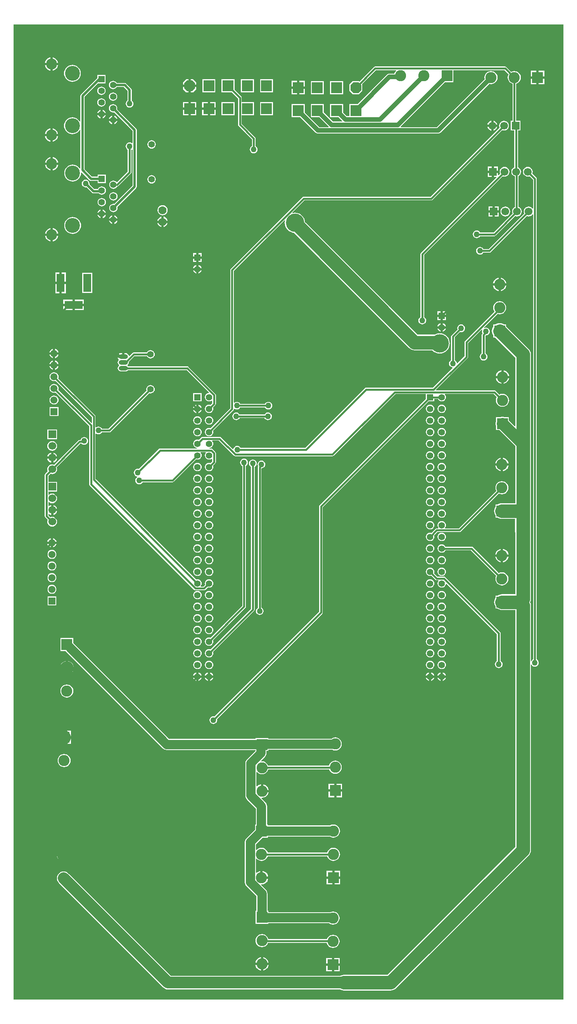
<source format=gtl>
G04*
G04 #@! TF.GenerationSoftware,Altium Limited,Altium Designer,19.1.8 (144)*
G04*
G04 Layer_Physical_Order=1*
G04 Layer_Color=255*
%FSLAX25Y25*%
%MOIN*%
G70*
G01*
G75*
%ADD12C,0.01968*%
%ADD39C,0.11811*%
%ADD40C,0.10000*%
%ADD41C,0.01500*%
%ADD42C,0.03937*%
%ADD43C,0.07874*%
%ADD44R,0.09567X0.09567*%
%ADD45C,0.09567*%
%ADD46R,0.05543X0.05543*%
%ADD47C,0.05543*%
%ADD48C,0.06102*%
%ADD49R,0.06102X0.06102*%
%ADD50R,0.06693X0.06693*%
%ADD51C,0.06693*%
%ADD52R,0.06693X0.06693*%
%ADD53R,0.07087X0.15748*%
%ADD54R,0.15748X0.07087*%
%ADD55C,0.09449*%
%ADD56C,0.12795*%
%ADD57C,0.05512*%
%ADD58R,0.05512X0.05512*%
%ADD59R,0.09567X0.09567*%
%ADD60P,0.10355X8X202.5*%
%ADD61O,0.07874X0.03937*%
%ADD62O,0.07874X0.03937*%
%ADD63C,0.07000*%
%ADD64C,0.05000*%
%ADD65C,0.15748*%
G36*
X473213Y803D02*
X803Y803D01*
X803Y838666D01*
X473213Y838666D01*
X473213Y803D01*
D02*
G37*
%LPC*%
G36*
X34189Y810170D02*
Y805527D01*
X38831D01*
X38766Y806022D01*
X38189Y807415D01*
X37272Y808610D01*
X36076Y809528D01*
X34683Y810105D01*
X34189Y810170D01*
D02*
G37*
G36*
X32189Y810170D02*
X31695Y810105D01*
X30302Y809528D01*
X29106Y808610D01*
X28189Y807415D01*
X27612Y806022D01*
X27547Y805527D01*
X32189D01*
Y810170D01*
D02*
G37*
G36*
X38831Y803528D02*
X34189D01*
Y798885D01*
X34683Y798950D01*
X36076Y799527D01*
X37272Y800445D01*
X38189Y801641D01*
X38766Y803033D01*
X38831Y803528D01*
D02*
G37*
G36*
X32189D02*
X27547D01*
X27612Y803033D01*
X28189Y801641D01*
X29106Y800445D01*
X30302Y799527D01*
X31695Y798950D01*
X32189Y798885D01*
Y803528D01*
D02*
G37*
G36*
X456886Y798697D02*
X452102D01*
Y793913D01*
X456886D01*
Y798697D01*
D02*
G37*
G36*
X450102D02*
X445319D01*
Y793913D01*
X450102D01*
Y798697D01*
D02*
G37*
G36*
X51181Y803748D02*
X49770Y803609D01*
X48413Y803198D01*
X47163Y802529D01*
X46067Y801630D01*
X45167Y800534D01*
X44499Y799284D01*
X44088Y797927D01*
X43949Y796516D01*
X44088Y795105D01*
X44499Y793748D01*
X45167Y792498D01*
X46067Y791402D01*
X47163Y790502D01*
X48413Y789834D01*
X49770Y789422D01*
X51181Y789283D01*
X52592Y789422D01*
X53949Y789834D01*
X55199Y790502D01*
X56295Y791402D01*
X57195Y792498D01*
X57863Y793748D01*
X58275Y795105D01*
X58414Y796516D01*
X58275Y797927D01*
X57863Y799284D01*
X57195Y800534D01*
X56295Y801630D01*
X55199Y802529D01*
X53949Y803198D01*
X52592Y803609D01*
X51181Y803748D01*
D02*
G37*
G36*
X456886Y791913D02*
X452102D01*
Y787130D01*
X456886D01*
Y791913D01*
D02*
G37*
G36*
X450102D02*
X445319D01*
Y787130D01*
X450102D01*
Y791913D01*
D02*
G37*
G36*
X154860Y791610D02*
X152969D01*
Y786827D01*
X157752D01*
Y788719D01*
X154860Y791610D01*
D02*
G37*
G36*
X150969D02*
X149077D01*
X146185Y788719D01*
Y786827D01*
X150969D01*
Y791610D01*
D02*
G37*
G36*
X251059Y790035D02*
X246276D01*
Y785252D01*
X251059D01*
Y790035D01*
D02*
G37*
G36*
X244276D02*
X239492D01*
Y785252D01*
X244276D01*
Y790035D01*
D02*
G37*
G36*
X223694Y791410D02*
X212527D01*
Y780243D01*
X223694D01*
Y791410D01*
D02*
G37*
G36*
X207158D02*
X195991D01*
Y780243D01*
X207158D01*
Y791410D01*
D02*
G37*
G36*
X174087D02*
X162920D01*
Y780243D01*
X174087D01*
Y791410D01*
D02*
G37*
G36*
X157752Y784827D02*
X152969D01*
Y780043D01*
X154860D01*
X157752Y782935D01*
Y784827D01*
D02*
G37*
G36*
X150969D02*
X146185D01*
Y782935D01*
X149077Y780043D01*
X150969D01*
Y784827D01*
D02*
G37*
G36*
X283930Y789835D02*
X272763D01*
Y778668D01*
X283930D01*
Y789835D01*
D02*
G37*
G36*
X267394D02*
X256228D01*
Y778668D01*
X267394D01*
Y789835D01*
D02*
G37*
G36*
X251059Y783252D02*
X246276D01*
Y778469D01*
X251059D01*
Y783252D01*
D02*
G37*
G36*
X244276D02*
X239492D01*
Y778469D01*
X244276D01*
Y783252D01*
D02*
G37*
G36*
X76181Y785102D02*
X75253Y784980D01*
X74388Y784622D01*
X73645Y784052D01*
X73075Y783309D01*
X72717Y782444D01*
X72594Y781516D01*
X72717Y780587D01*
X73075Y779722D01*
X73645Y778980D01*
X74388Y778410D01*
X75253Y778051D01*
X76181Y777929D01*
X77109Y778051D01*
X77974Y778410D01*
X78717Y778980D01*
X79287Y779722D01*
X79646Y780587D01*
X79768Y781516D01*
X79646Y782444D01*
X79287Y783309D01*
X78717Y784052D01*
X77974Y784622D01*
X77109Y784980D01*
X76181Y785102D01*
D02*
G37*
G36*
X86181Y780102D02*
X85253Y779980D01*
X84388Y779622D01*
X83645Y779052D01*
X83075Y778309D01*
X82717Y777444D01*
X82595Y776516D01*
X82717Y775588D01*
X83075Y774722D01*
X83645Y773980D01*
X84388Y773410D01*
X85253Y773051D01*
X86181Y772929D01*
X87109Y773051D01*
X87974Y773410D01*
X88717Y773980D01*
X89287Y774722D01*
X89645Y775588D01*
X89768Y776516D01*
X89645Y777444D01*
X89287Y778309D01*
X88717Y779052D01*
X87974Y779622D01*
X87109Y779980D01*
X86181Y780102D01*
D02*
G37*
G36*
X76181Y775102D02*
X75253Y774980D01*
X74388Y774622D01*
X73645Y774052D01*
X73075Y773309D01*
X72717Y772444D01*
X72594Y771516D01*
X72717Y770587D01*
X73075Y769723D01*
X73645Y768980D01*
X74388Y768410D01*
X75253Y768051D01*
X76181Y767929D01*
X77109Y768051D01*
X77974Y768410D01*
X78717Y768980D01*
X79287Y769723D01*
X79646Y770587D01*
X79768Y771516D01*
X79646Y772444D01*
X79287Y773309D01*
X78717Y774052D01*
X77974Y774622D01*
X77109Y774980D01*
X76181Y775102D01*
D02*
G37*
G36*
X86181Y790102D02*
X85253Y789980D01*
X84388Y789622D01*
X83645Y789052D01*
X83075Y788309D01*
X82717Y787444D01*
X82595Y786516D01*
X82717Y785588D01*
X83075Y784723D01*
X83645Y783980D01*
X84388Y783410D01*
X85253Y783051D01*
X86181Y782929D01*
X87109Y783051D01*
X87974Y783410D01*
X88717Y783980D01*
X89267Y784696D01*
X95408D01*
X98575Y781530D01*
Y773236D01*
X98040Y772826D01*
X97511Y772137D01*
X97179Y771334D01*
X97065Y770472D01*
X97179Y769611D01*
X97511Y768808D01*
X98040Y768119D01*
X98729Y767590D01*
X99532Y767257D01*
X100394Y767144D01*
X101255Y767257D01*
X102058Y767590D01*
X102747Y768119D01*
X103276Y768808D01*
X103609Y769611D01*
X103722Y770472D01*
X103609Y771334D01*
X103276Y772137D01*
X102747Y772826D01*
X102213Y773236D01*
Y782283D01*
X102213Y782283D01*
X102074Y782980D01*
X101680Y783570D01*
X101680Y783570D01*
X97448Y787802D01*
X96858Y788197D01*
X96161Y788335D01*
X96161Y788335D01*
X89267D01*
X88717Y789052D01*
X87974Y789622D01*
X87109Y789980D01*
X86181Y790102D01*
D02*
G37*
G36*
X157752Y771925D02*
X152969D01*
Y767142D01*
X157752D01*
Y771925D01*
D02*
G37*
G36*
X174287D02*
X169504D01*
Y767142D01*
X174287D01*
Y771925D01*
D02*
G37*
G36*
X167504D02*
X162721D01*
Y767142D01*
X167504D01*
Y771925D01*
D02*
G37*
G36*
X150969D02*
X146185D01*
Y767142D01*
X150969D01*
Y771925D01*
D02*
G37*
G36*
X77181Y765167D02*
Y762516D01*
X79832D01*
X79462Y763410D01*
X78860Y764194D01*
X78075Y764796D01*
X77181Y765167D01*
D02*
G37*
G36*
X75181Y765167D02*
X74287Y764796D01*
X73502Y764194D01*
X72900Y763410D01*
X72530Y762516D01*
X75181D01*
Y765167D01*
D02*
G37*
G36*
X223694Y771725D02*
X212527D01*
Y760558D01*
X223694D01*
Y771725D01*
D02*
G37*
G36*
X190623D02*
X179456D01*
Y760558D01*
X190623D01*
Y771725D01*
D02*
G37*
G36*
X174287Y765142D02*
X169504D01*
Y760358D01*
X174287D01*
Y765142D01*
D02*
G37*
G36*
X167504D02*
X162721D01*
Y760358D01*
X167504D01*
Y765142D01*
D02*
G37*
G36*
X157752D02*
X152969D01*
Y760358D01*
X157752D01*
Y765142D01*
D02*
G37*
G36*
X150969D02*
X146185D01*
Y760358D01*
X150969D01*
Y765142D01*
D02*
G37*
G36*
X75181Y760516D02*
X72530D01*
X72900Y759622D01*
X73502Y758837D01*
X74287Y758235D01*
X75181Y757865D01*
Y760516D01*
D02*
G37*
G36*
X79832D02*
X77181D01*
Y757865D01*
X78075Y758235D01*
X78860Y758837D01*
X79462Y759622D01*
X79832Y760516D01*
D02*
G37*
G36*
X87181Y760167D02*
Y757516D01*
X89832D01*
X89462Y758410D01*
X88860Y759195D01*
X88075Y759796D01*
X87181Y760167D01*
D02*
G37*
G36*
X85181Y760167D02*
X84287Y759796D01*
X83502Y759195D01*
X82900Y758410D01*
X82530Y757516D01*
X85181D01*
Y760167D01*
D02*
G37*
G36*
X79737Y795072D02*
X72625D01*
Y792521D01*
X58556Y778452D01*
X58162Y777861D01*
X58023Y777165D01*
X58023Y777165D01*
Y755044D01*
X57523Y754919D01*
X57195Y755534D01*
X56295Y756630D01*
X55199Y757529D01*
X53949Y758198D01*
X52592Y758609D01*
X51181Y758748D01*
X49770Y758609D01*
X48413Y758198D01*
X47163Y757529D01*
X46067Y756630D01*
X45167Y755534D01*
X44499Y754284D01*
X44088Y752927D01*
X43949Y751516D01*
X44088Y750105D01*
X44499Y748748D01*
X45167Y747498D01*
X46067Y746402D01*
X47163Y745502D01*
X48413Y744834D01*
X49770Y744422D01*
X51181Y744283D01*
X52592Y744422D01*
X53949Y744834D01*
X55199Y745502D01*
X56295Y746402D01*
X57195Y747498D01*
X57523Y748112D01*
X58023Y747987D01*
Y714898D01*
X57538Y714777D01*
X57470Y714904D01*
X56571Y716000D01*
X55475Y716899D01*
X54224Y717568D01*
X52868Y717979D01*
X51457Y718118D01*
X50046Y717979D01*
X48689Y717568D01*
X47438Y716899D01*
X46343Y716000D01*
X45443Y714904D01*
X44775Y713654D01*
X44363Y712297D01*
X44224Y710886D01*
X44363Y709475D01*
X44775Y708118D01*
X45443Y706868D01*
X46343Y705772D01*
X47438Y704872D01*
X48689Y704204D01*
X50046Y703792D01*
X51457Y703653D01*
X52868Y703792D01*
X54224Y704204D01*
X55475Y704872D01*
X56571Y705772D01*
X57470Y706868D01*
X58139Y708118D01*
X58550Y709475D01*
X58689Y710886D01*
X58644Y711346D01*
X59096Y711560D01*
X66056Y704600D01*
X66056Y704599D01*
X66646Y704205D01*
X67343Y704067D01*
X72901D01*
Y702330D01*
X80013D01*
Y709442D01*
X72901D01*
Y707705D01*
X68096D01*
X61662Y714139D01*
Y776412D01*
X73210Y787960D01*
X79737D01*
Y795072D01*
D02*
G37*
G36*
X85181Y755516D02*
X82530D01*
X82900Y754622D01*
X83502Y753837D01*
X84287Y753235D01*
X85181Y752865D01*
Y755516D01*
D02*
G37*
G36*
X89832D02*
X87181D01*
Y752865D01*
X88075Y753235D01*
X88860Y753837D01*
X89462Y754622D01*
X89832Y755516D01*
D02*
G37*
G36*
X413205Y755827D02*
Y752575D01*
X416457D01*
X416439Y752709D01*
X416001Y753767D01*
X415305Y754675D01*
X414397Y755371D01*
X413339Y755809D01*
X413205Y755827D01*
D02*
G37*
G36*
X411205Y755827D02*
X411070Y755809D01*
X410013Y755371D01*
X409105Y754675D01*
X408408Y753767D01*
X407970Y752709D01*
X407952Y752575D01*
X411205D01*
Y755827D01*
D02*
G37*
G36*
X422205Y755757D02*
X421122Y755615D01*
X420114Y755197D01*
X419247Y754532D01*
X418583Y753666D01*
X418165Y752657D01*
X418022Y751575D01*
X418165Y750492D01*
X418377Y749982D01*
X358960Y690565D01*
X250066D01*
X249462Y690445D01*
X248949Y690102D01*
X187352Y628505D01*
X187010Y627993D01*
X186889Y627388D01*
Y508769D01*
X169855Y491735D01*
X169634Y491826D01*
X168702Y491949D01*
X167769Y491826D01*
X166901Y491466D01*
X166155Y490894D01*
X165582Y490148D01*
X165222Y489279D01*
X165099Y488346D01*
X165222Y487414D01*
X165582Y486545D01*
X166155Y485799D01*
X166901Y485227D01*
X167769Y484867D01*
X168668Y484749D01*
X168635Y484248D01*
X163023D01*
X162419Y484128D01*
X161906Y483786D01*
X159855Y481735D01*
X159634Y481826D01*
X158702Y481949D01*
X157769Y481826D01*
X156901Y481466D01*
X156155Y480894D01*
X155582Y480148D01*
X155222Y479279D01*
X155099Y478346D01*
X155222Y477414D01*
X155582Y476545D01*
X156155Y475799D01*
X156901Y475227D01*
X157769Y474867D01*
X158137Y474818D01*
X158311Y474291D01*
X158268Y474249D01*
X126605D01*
X126000Y474128D01*
X125488Y473786D01*
X108426Y456724D01*
X108342Y456758D01*
X107480Y456872D01*
X106619Y456758D01*
X105816Y456426D01*
X105127Y455897D01*
X104598Y455207D01*
X104265Y454405D01*
X104152Y453543D01*
X104265Y452682D01*
X104598Y451879D01*
X105127Y451190D01*
X105816Y450661D01*
X106619Y450328D01*
X107005Y450277D01*
X107073Y449764D01*
X106997Y449733D01*
X106308Y449204D01*
X105779Y448515D01*
X105446Y447712D01*
X105333Y446850D01*
X105446Y445989D01*
X105779Y445186D01*
X106308Y444497D01*
X106997Y443968D01*
X107800Y443635D01*
X108661Y443522D01*
X109523Y443635D01*
X110326Y443968D01*
X111015Y444497D01*
X111544Y445186D01*
X111579Y445270D01*
X137206D01*
X137811Y445390D01*
X138323Y445733D01*
X157548Y464958D01*
X157769Y464867D01*
X158702Y464744D01*
X159634Y464867D01*
X160503Y465227D01*
X161249Y465799D01*
X161822Y466545D01*
X162181Y467414D01*
X162304Y468347D01*
X162181Y469279D01*
X161822Y470148D01*
X161484Y470588D01*
X161731Y471088D01*
X165673D01*
X165920Y470588D01*
X165582Y470148D01*
X165222Y469279D01*
X165099Y468347D01*
X165222Y467414D01*
X165582Y466545D01*
X166155Y465799D01*
X166901Y465227D01*
X167769Y464867D01*
X168702Y464744D01*
X169634Y464867D01*
X170503Y465227D01*
X170943Y465564D01*
X171443Y465318D01*
Y463323D01*
X169855Y461735D01*
X169634Y461826D01*
X168702Y461949D01*
X167769Y461826D01*
X166901Y461466D01*
X166155Y460894D01*
X165582Y460148D01*
X165222Y459279D01*
X165099Y458347D01*
X165222Y457414D01*
X165582Y456545D01*
X166155Y455799D01*
X166901Y455227D01*
X167769Y454867D01*
X168702Y454744D01*
X169634Y454867D01*
X170503Y455227D01*
X171249Y455799D01*
X171822Y456545D01*
X172181Y457414D01*
X172304Y458347D01*
X172181Y459279D01*
X172090Y459500D01*
X174141Y461551D01*
X174484Y462063D01*
X174604Y462668D01*
Y470136D01*
X174484Y470741D01*
X174141Y471254D01*
X171609Y473786D01*
X171097Y474128D01*
X170492Y474249D01*
X169136D01*
X169092Y474291D01*
X169266Y474818D01*
X169634Y474867D01*
X170503Y475227D01*
X171249Y475799D01*
X171822Y476545D01*
X172181Y477414D01*
X172304Y478346D01*
X172181Y479279D01*
X171822Y480148D01*
X171484Y480588D01*
X171730Y481088D01*
X177092D01*
X190118Y468061D01*
X190631Y467718D01*
X191236Y467598D01*
X274715D01*
X275320Y467718D01*
X275833Y468061D01*
X328860Y521088D01*
X355130D01*
Y517010D01*
X263778Y425658D01*
X263435Y425145D01*
X263315Y424540D01*
Y334054D01*
X173386Y244125D01*
X173302Y244160D01*
X172441Y244273D01*
X171580Y244160D01*
X170777Y243827D01*
X170087Y243299D01*
X169558Y242609D01*
X169226Y241806D01*
X169113Y240945D01*
X169226Y240083D01*
X169558Y239281D01*
X170087Y238591D01*
X170777Y238062D01*
X171580Y237730D01*
X172441Y237616D01*
X173302Y237730D01*
X174105Y238062D01*
X174794Y238591D01*
X175323Y239281D01*
X175656Y240083D01*
X175769Y240945D01*
X175656Y241806D01*
X175621Y241890D01*
X266013Y332282D01*
X266355Y332794D01*
X266476Y333399D01*
Y423885D01*
X357365Y514775D01*
X362273D01*
Y516766D01*
X365491D01*
X365582Y516545D01*
X366155Y515799D01*
X366901Y515227D01*
X367769Y514867D01*
X368702Y514744D01*
X369634Y514867D01*
X370503Y515227D01*
X371249Y515799D01*
X371822Y516545D01*
X372182Y517414D01*
X372304Y518347D01*
X372182Y519279D01*
X371822Y520148D01*
X371484Y520588D01*
X371730Y521088D01*
X413213D01*
X415938Y518362D01*
X415426Y517127D01*
X415235Y515669D01*
X415426Y514212D01*
X415989Y512853D01*
X416884Y511687D01*
X418050Y510792D01*
X419409Y510229D01*
X420866Y510038D01*
X422324Y510229D01*
X423682Y510792D01*
X424848Y511687D01*
X425743Y512853D01*
X426306Y514212D01*
X426498Y515669D01*
X426306Y517127D01*
X425743Y518485D01*
X424848Y519652D01*
X423682Y520546D01*
X422324Y521109D01*
X420866Y521301D01*
X419409Y521109D01*
X418173Y520597D01*
X414985Y523786D01*
X414472Y524128D01*
X413867Y524249D01*
X363967D01*
X363775Y524710D01*
X390960Y551895D01*
X391303Y552408D01*
X391423Y553013D01*
Y564700D01*
X403325Y576602D01*
X403749Y576318D01*
X403478Y575665D01*
X403364Y574803D01*
X403478Y573942D01*
X403790Y573188D01*
X403607Y573005D01*
X403264Y572492D01*
X403144Y571888D01*
Y556067D01*
X403060Y556032D01*
X402371Y555503D01*
X401842Y554814D01*
X401509Y554011D01*
X401396Y553150D01*
X401509Y552288D01*
X401842Y551485D01*
X402371Y550796D01*
X403060Y550267D01*
X403863Y549935D01*
X404724Y549821D01*
X405586Y549935D01*
X406389Y550267D01*
X407078Y550796D01*
X407607Y551485D01*
X407939Y552288D01*
X408053Y553150D01*
X407939Y554011D01*
X407607Y554814D01*
X407078Y555503D01*
X406389Y556032D01*
X406305Y556067D01*
Y571108D01*
X406693Y571475D01*
X407554Y571588D01*
X408357Y571921D01*
X409047Y572450D01*
X409576Y573139D01*
X409908Y573942D01*
X410021Y574803D01*
X409908Y575665D01*
X409576Y576467D01*
X409047Y577157D01*
X408357Y577686D01*
X407554Y578018D01*
X406693Y578132D01*
X405831Y578018D01*
X405178Y577747D01*
X404894Y578171D01*
X416646Y589923D01*
X417046Y589757D01*
X418504Y589565D01*
X419962Y589757D01*
X421320Y590320D01*
X422486Y591215D01*
X423381Y592381D01*
X423944Y593739D01*
X424136Y595197D01*
X423944Y596654D01*
X423381Y598013D01*
X422486Y599179D01*
X421320Y600074D01*
X419962Y600637D01*
X418504Y600829D01*
X417046Y600637D01*
X415688Y600074D01*
X414522Y599179D01*
X413627Y598013D01*
X413064Y596654D01*
X412872Y595197D01*
X413064Y593739D01*
X413627Y592381D01*
X414064Y591811D01*
X388725Y566472D01*
X388383Y565959D01*
X388262Y565354D01*
Y553667D01*
X382140Y547545D01*
X381612Y547724D01*
X381561Y548106D01*
X381229Y548908D01*
X380700Y549598D01*
X380011Y550127D01*
X379927Y550161D01*
Y569818D01*
X384488Y574379D01*
X384572Y574344D01*
X385433Y574231D01*
X386295Y574344D01*
X387097Y574677D01*
X387787Y575206D01*
X388316Y575895D01*
X388648Y576698D01*
X388761Y577559D01*
X388648Y578420D01*
X388316Y579223D01*
X387787Y579913D01*
X387097Y580442D01*
X386295Y580774D01*
X385433Y580888D01*
X384572Y580774D01*
X383769Y580442D01*
X383080Y579913D01*
X382551Y579223D01*
X382218Y578420D01*
X382105Y577559D01*
X382218Y576698D01*
X382253Y576614D01*
X377229Y571590D01*
X376886Y571077D01*
X376766Y570472D01*
Y550161D01*
X376682Y550127D01*
X375993Y549598D01*
X375464Y548908D01*
X375131Y548106D01*
X375018Y547244D01*
X375131Y546383D01*
X375464Y545580D01*
X375993Y544890D01*
X376682Y544361D01*
X377485Y544029D01*
X377867Y543979D01*
X378046Y543451D01*
X361143Y526548D01*
X303699D01*
X303094Y526428D01*
X302582Y526086D01*
X251305Y474809D01*
X195831D01*
X195796Y474893D01*
X195267Y475582D01*
X194578Y476111D01*
X193775Y476443D01*
X192913Y476557D01*
X192052Y476443D01*
X191249Y476111D01*
X190560Y475582D01*
X190031Y474893D01*
X189698Y474090D01*
X189648Y473708D01*
X189120Y473529D01*
X178864Y483786D01*
X178351Y484128D01*
X177746Y484248D01*
X168769D01*
X168736Y484749D01*
X169634Y484867D01*
X170503Y485227D01*
X171249Y485799D01*
X171822Y486545D01*
X172181Y487414D01*
X172304Y488346D01*
X172181Y489279D01*
X172090Y489500D01*
X189587Y506997D01*
X189930Y507510D01*
X190050Y508114D01*
Y508129D01*
X190550Y508375D01*
X190855Y508141D01*
X191658Y507809D01*
X192520Y507695D01*
X193381Y507809D01*
X194184Y508141D01*
X194873Y508670D01*
X195402Y509359D01*
X195437Y509443D01*
X216768D01*
X216803Y509359D01*
X217331Y508670D01*
X218021Y508141D01*
X218824Y507809D01*
X219685Y507695D01*
X220547Y507809D01*
X221349Y508141D01*
X222039Y508670D01*
X222568Y509359D01*
X222900Y510162D01*
X223013Y511024D01*
X222900Y511885D01*
X222568Y512688D01*
X222039Y513377D01*
X221349Y513906D01*
X220547Y514239D01*
X219685Y514352D01*
X218824Y514239D01*
X218021Y513906D01*
X217331Y513377D01*
X216803Y512688D01*
X216768Y512604D01*
X195437D01*
X195402Y512688D01*
X194873Y513377D01*
X194184Y513906D01*
X193381Y514239D01*
X192520Y514352D01*
X191658Y514239D01*
X190855Y513906D01*
X190550Y513672D01*
X190050Y513918D01*
Y626733D01*
X233611Y670294D01*
X234040Y670037D01*
X233971Y669811D01*
X233804Y668110D01*
X233971Y666410D01*
X234467Y664775D01*
X235273Y663268D01*
X236357Y661947D01*
X237677Y660863D01*
X239184Y660058D01*
X240819Y659562D01*
X241618Y659483D01*
X340545Y560556D01*
X341566Y559718D01*
X342731Y559095D01*
X343995Y558712D01*
X345310Y558582D01*
X360619D01*
X360766Y558404D01*
X362087Y557320D01*
X363594Y556514D01*
X365229Y556018D01*
X366929Y555851D01*
X368630Y556018D01*
X370265Y556514D01*
X371772Y557320D01*
X373092Y558404D01*
X374176Y559725D01*
X374982Y561232D01*
X375478Y562866D01*
X375645Y564567D01*
X375478Y566267D01*
X374982Y567902D01*
X374176Y569409D01*
X373092Y570730D01*
X371772Y571814D01*
X370265Y572619D01*
X368630Y573115D01*
X366929Y573283D01*
X365229Y573115D01*
X363594Y572619D01*
X362544Y572058D01*
X348101D01*
X251147Y669012D01*
X251068Y669811D01*
X250572Y671446D01*
X249767Y672953D01*
X248683Y674273D01*
X247362Y675357D01*
X245855Y676163D01*
X244220Y676659D01*
X242520Y676826D01*
X240819Y676659D01*
X240593Y676590D01*
X240336Y677019D01*
X250721Y687404D01*
X359614D01*
X360219Y687524D01*
X360732Y687867D01*
X420612Y747747D01*
X421122Y747535D01*
X422205Y747393D01*
X423287Y747535D01*
X424296Y747953D01*
X425162Y748618D01*
X425827Y749484D01*
X426244Y750492D01*
X426387Y751575D01*
X426244Y752657D01*
X425827Y753666D01*
X425162Y754532D01*
X424296Y755197D01*
X423287Y755615D01*
X422205Y755757D01*
D02*
G37*
G36*
X416457Y750575D02*
X413205D01*
Y747323D01*
X413339Y747340D01*
X414397Y747778D01*
X415305Y748475D01*
X416001Y749383D01*
X416439Y750440D01*
X416457Y750575D01*
D02*
G37*
G36*
X411205D02*
X407952D01*
X407970Y750440D01*
X408408Y749383D01*
X409105Y748475D01*
X410013Y747778D01*
X411070Y747340D01*
X411205Y747323D01*
Y750575D01*
D02*
G37*
G36*
X34189Y749146D02*
Y744504D01*
X38831D01*
X38766Y744998D01*
X38189Y746391D01*
X37272Y747587D01*
X36076Y748504D01*
X34683Y749081D01*
X34189Y749146D01*
D02*
G37*
G36*
X32189Y749146D02*
X31695Y749081D01*
X30302Y748504D01*
X29106Y747587D01*
X28189Y746391D01*
X27612Y744998D01*
X27547Y744504D01*
X32189D01*
Y749146D01*
D02*
G37*
G36*
X38831Y742504D02*
X34189D01*
Y737862D01*
X34683Y737927D01*
X36076Y738504D01*
X37272Y739421D01*
X38189Y740617D01*
X38766Y742010D01*
X38831Y742504D01*
D02*
G37*
G36*
X32189D02*
X27547D01*
X27612Y742010D01*
X28189Y740617D01*
X29106Y739421D01*
X30302Y738504D01*
X31695Y737927D01*
X32189Y737862D01*
Y742504D01*
D02*
G37*
G36*
X86181Y770102D02*
X85253Y769980D01*
X84388Y769622D01*
X83645Y769052D01*
X83075Y768309D01*
X82717Y767444D01*
X82595Y766516D01*
X82717Y765588D01*
X83075Y764722D01*
X83645Y763980D01*
X84388Y763410D01*
X85253Y763051D01*
X86181Y762929D01*
X87077Y763047D01*
X102859Y747265D01*
Y736757D01*
X102359Y736510D01*
X102058Y736741D01*
X101255Y737073D01*
X100394Y737187D01*
X99532Y737073D01*
X98729Y736741D01*
X98040Y736212D01*
X97511Y735523D01*
X97179Y734720D01*
X97065Y733858D01*
X97179Y732997D01*
X97511Y732194D01*
X98040Y731505D01*
X98729Y730976D01*
X98813Y730941D01*
Y712328D01*
X89658Y703172D01*
X89159Y703205D01*
X88993Y703422D01*
X88250Y703992D01*
X87385Y704350D01*
X86457Y704472D01*
X85528Y704350D01*
X84663Y703992D01*
X83921Y703422D01*
X83351Y702679D01*
X82992Y701814D01*
X82870Y700886D01*
X82992Y699958D01*
X83351Y699092D01*
X83921Y698350D01*
X84663Y697780D01*
X85528Y697422D01*
X86457Y697299D01*
X87385Y697422D01*
X88250Y697780D01*
X88993Y698350D01*
X89563Y699092D01*
X89655Y699315D01*
X90211Y699426D01*
X90724Y699768D01*
X101511Y710556D01*
X101854Y711068D01*
X101974Y711673D01*
Y730941D01*
X102058Y730976D01*
X102359Y731207D01*
X102859Y730960D01*
Y699861D01*
X87353Y684354D01*
X86457Y684472D01*
X85528Y684350D01*
X84663Y683992D01*
X83921Y683422D01*
X83351Y682679D01*
X82992Y681814D01*
X82870Y680886D01*
X82992Y679957D01*
X83351Y679093D01*
X83921Y678350D01*
X84663Y677780D01*
X85528Y677422D01*
X86457Y677299D01*
X87385Y677422D01*
X88250Y677780D01*
X88993Y678350D01*
X89563Y679093D01*
X89921Y679957D01*
X90043Y680886D01*
X89925Y681782D01*
X105964Y697821D01*
X105964Y697821D01*
X106359Y698411D01*
X106497Y699107D01*
X106497Y699107D01*
Y748019D01*
X106359Y748715D01*
X105964Y749305D01*
X105964Y749305D01*
X89650Y765620D01*
X89768Y766516D01*
X89645Y767444D01*
X89287Y768309D01*
X88717Y769052D01*
X87974Y769622D01*
X87109Y769980D01*
X86181Y770102D01*
D02*
G37*
G36*
X119291Y739059D02*
X118363Y738937D01*
X117498Y738579D01*
X116755Y738008D01*
X116185Y737266D01*
X115827Y736401D01*
X115705Y735472D01*
X115827Y734544D01*
X116185Y733679D01*
X116755Y732936D01*
X117498Y732366D01*
X118363Y732008D01*
X119291Y731886D01*
X120220Y732008D01*
X121085Y732366D01*
X121827Y732936D01*
X122397Y733679D01*
X122756Y734544D01*
X122878Y735472D01*
X122756Y736401D01*
X122397Y737266D01*
X121827Y738008D01*
X121085Y738579D01*
X120220Y738937D01*
X119291Y739059D01*
D02*
G37*
G36*
X190623Y791410D02*
X179456D01*
Y780243D01*
X188388D01*
X193661Y774970D01*
Y752396D01*
X193781Y751792D01*
X194124Y751279D01*
X205506Y739897D01*
Y734020D01*
X205422Y733985D01*
X204733Y733456D01*
X204204Y732767D01*
X203872Y731964D01*
X203758Y731102D01*
X203872Y730241D01*
X204204Y729438D01*
X204733Y728749D01*
X205422Y728220D01*
X206225Y727887D01*
X207087Y727774D01*
X207948Y727887D01*
X208751Y728220D01*
X209440Y728749D01*
X209969Y729438D01*
X210302Y730241D01*
X210415Y731102D01*
X210302Y731964D01*
X209969Y732767D01*
X209440Y733456D01*
X208751Y733985D01*
X208667Y734020D01*
Y740551D01*
X208547Y741156D01*
X208204Y741669D01*
X196822Y753051D01*
Y760558D01*
X207158D01*
Y771725D01*
X196822D01*
Y775625D01*
X196701Y776230D01*
X196359Y776742D01*
X190623Y782478D01*
Y791410D01*
D02*
G37*
G36*
X34465Y724540D02*
Y719898D01*
X39107D01*
X39042Y720392D01*
X38465Y721784D01*
X37547Y722980D01*
X36351Y723898D01*
X34959Y724475D01*
X34465Y724540D01*
D02*
G37*
G36*
X32465Y724540D02*
X31970Y724475D01*
X30578Y723898D01*
X29382Y722980D01*
X28464Y721784D01*
X27887Y720392D01*
X27822Y719898D01*
X32465D01*
Y724540D01*
D02*
G37*
G36*
X39107Y717898D02*
X34465D01*
Y713256D01*
X34959Y713321D01*
X36351Y713897D01*
X37547Y714815D01*
X38465Y716011D01*
X39042Y717403D01*
X39107Y717898D01*
D02*
G37*
G36*
X32465D02*
X27822D01*
X27887Y717403D01*
X28464Y716011D01*
X29382Y714815D01*
X30578Y713897D01*
X31970Y713321D01*
X32465Y713256D01*
Y717898D01*
D02*
G37*
G36*
X417083Y716354D02*
X413736D01*
Y713008D01*
X417083D01*
Y716354D01*
D02*
G37*
G36*
X411736D02*
X408390D01*
Y713008D01*
X411736D01*
Y716354D01*
D02*
G37*
G36*
X422736Y716190D02*
X421654Y716048D01*
X420645Y715630D01*
X419779Y714965D01*
X419114Y714099D01*
X418696Y713090D01*
X418554Y712008D01*
X418696Y710925D01*
X418908Y710415D01*
X417545Y709051D01*
X417083Y709243D01*
Y711008D01*
X413736D01*
Y707661D01*
X415501D01*
X415693Y707199D01*
X350851Y642358D01*
X350508Y641845D01*
X350388Y641240D01*
Y587169D01*
X350304Y587135D01*
X349615Y586606D01*
X349086Y585916D01*
X348753Y585113D01*
X348640Y584252D01*
X348753Y583391D01*
X349086Y582588D01*
X349615Y581898D01*
X350304Y581369D01*
X351107Y581037D01*
X351969Y580924D01*
X352830Y581037D01*
X353633Y581369D01*
X354322Y581898D01*
X354851Y582588D01*
X355184Y583391D01*
X355297Y584252D01*
X355184Y585113D01*
X354851Y585916D01*
X354322Y586606D01*
X353633Y587135D01*
X353549Y587169D01*
Y640586D01*
X421143Y708180D01*
X421654Y707968D01*
X422736Y707826D01*
X423819Y707968D01*
X424827Y708386D01*
X425694Y709051D01*
X426358Y709917D01*
X426776Y710925D01*
X426919Y712008D01*
X426776Y713090D01*
X426358Y714099D01*
X425694Y714965D01*
X424827Y715630D01*
X423819Y716048D01*
X422736Y716190D01*
D02*
G37*
G36*
X411736Y711008D02*
X408390D01*
Y707661D01*
X411736D01*
Y711008D01*
D02*
G37*
G36*
X119291Y709059D02*
X118363Y708937D01*
X117498Y708578D01*
X116755Y708008D01*
X116185Y707266D01*
X115827Y706401D01*
X115705Y705472D01*
X115827Y704544D01*
X116185Y703679D01*
X116755Y702936D01*
X117498Y702366D01*
X118363Y702008D01*
X119291Y701886D01*
X120220Y702008D01*
X121085Y702366D01*
X121827Y702936D01*
X122397Y703679D01*
X122756Y704544D01*
X122878Y705472D01*
X122756Y706401D01*
X122397Y707266D01*
X121827Y708008D01*
X121085Y708578D01*
X120220Y708937D01*
X119291Y709059D01*
D02*
G37*
G36*
X62598Y705297D02*
X61737Y705184D01*
X60934Y704851D01*
X60245Y704322D01*
X59716Y703633D01*
X59383Y702830D01*
X59270Y701968D01*
X59383Y701107D01*
X59716Y700304D01*
X60245Y699615D01*
X60934Y699086D01*
X61737Y698753D01*
X62598Y698640D01*
X63266Y698728D01*
X68005Y693989D01*
X68005Y693989D01*
X68595Y693595D01*
X69291Y693456D01*
X73839D01*
X73921Y693350D01*
X74663Y692780D01*
X75528Y692421D01*
X76457Y692299D01*
X77385Y692421D01*
X78250Y692780D01*
X78993Y693350D01*
X79563Y694093D01*
X79921Y694957D01*
X80043Y695886D01*
X79921Y696814D01*
X79563Y697679D01*
X78993Y698422D01*
X78250Y698992D01*
X77385Y699350D01*
X76457Y699472D01*
X75528Y699350D01*
X74663Y698992D01*
X73921Y698422D01*
X73351Y697679D01*
X73109Y697095D01*
X70045D01*
X65839Y701301D01*
X65927Y701968D01*
X65813Y702830D01*
X65481Y703633D01*
X64952Y704322D01*
X64263Y704851D01*
X63460Y705184D01*
X62598Y705297D01*
D02*
G37*
G36*
X86457Y694472D02*
X85528Y694350D01*
X84663Y693992D01*
X83921Y693422D01*
X83351Y692679D01*
X82992Y691814D01*
X82870Y690886D01*
X82992Y689958D01*
X83351Y689092D01*
X83921Y688350D01*
X84663Y687780D01*
X85528Y687422D01*
X86457Y687299D01*
X87385Y687422D01*
X88250Y687780D01*
X88993Y688350D01*
X89563Y689092D01*
X89921Y689958D01*
X90043Y690886D01*
X89921Y691814D01*
X89563Y692679D01*
X88993Y693422D01*
X88250Y693992D01*
X87385Y694350D01*
X86457Y694472D01*
D02*
G37*
G36*
X76457Y689472D02*
X75528Y689350D01*
X74663Y688992D01*
X73921Y688422D01*
X73351Y687679D01*
X72992Y686814D01*
X72870Y685886D01*
X72992Y684958D01*
X73351Y684093D01*
X73921Y683350D01*
X74663Y682780D01*
X75528Y682421D01*
X76457Y682299D01*
X77385Y682421D01*
X78250Y682780D01*
X78993Y683350D01*
X79563Y684093D01*
X79921Y684958D01*
X80043Y685886D01*
X79921Y686814D01*
X79563Y687679D01*
X78993Y688422D01*
X78250Y688992D01*
X77385Y689350D01*
X76457Y689472D01*
D02*
G37*
G36*
X442736Y716190D02*
X441654Y716048D01*
X440645Y715630D01*
X439779Y714965D01*
X439114Y714099D01*
X438696Y713090D01*
X438554Y712008D01*
X438696Y710925D01*
X439114Y709917D01*
X439779Y709051D01*
X440645Y708386D01*
X441654Y707968D01*
X442736Y707826D01*
X443819Y707968D01*
X444329Y708180D01*
X447238Y705271D01*
Y680517D01*
X446738Y680348D01*
X446383Y680812D01*
X445516Y681476D01*
X444508Y681894D01*
X443425Y682037D01*
X442343Y681894D01*
X441334Y681476D01*
X440468Y680812D01*
X439803Y679946D01*
X439386Y678937D01*
X439243Y677854D01*
X439386Y676772D01*
X439597Y676261D01*
X409011Y645675D01*
X404492D01*
X404457Y645759D01*
X403928Y646448D01*
X403239Y646977D01*
X402436Y647310D01*
X401575Y647423D01*
X400713Y647310D01*
X399911Y646977D01*
X399221Y646448D01*
X398692Y645759D01*
X398360Y644956D01*
X398246Y644095D01*
X398360Y643233D01*
X398692Y642430D01*
X399221Y641741D01*
X399911Y641212D01*
X400713Y640879D01*
X401575Y640766D01*
X402436Y640879D01*
X403239Y641212D01*
X403928Y641741D01*
X404457Y642430D01*
X404492Y642514D01*
X409665D01*
X410270Y642634D01*
X410783Y642977D01*
X441832Y674026D01*
X442343Y673815D01*
X443425Y673672D01*
X444508Y673815D01*
X445516Y674232D01*
X446383Y674897D01*
X446738Y675361D01*
X447238Y675191D01*
Y293075D01*
X447155Y293040D01*
X446465Y292511D01*
X445936Y291822D01*
X445821Y291542D01*
X445321Y291642D01*
Y339685D01*
X445191Y341000D01*
X444808Y342264D01*
X444797Y342284D01*
X444808Y342303D01*
X445191Y343567D01*
X445321Y344882D01*
Y402441D01*
X445321Y402441D01*
X445242Y403240D01*
Y419673D01*
X445321Y420472D01*
X445321Y420472D01*
Y477953D01*
Y555118D01*
X445321Y555118D01*
X445191Y556433D01*
X444808Y557697D01*
X444185Y558861D01*
X443347Y559883D01*
X443347Y559883D01*
X424087Y579142D01*
Y580780D01*
X422270D01*
X422247Y580799D01*
X421082Y581422D01*
X419818Y581805D01*
X418504Y581935D01*
X417189Y581805D01*
X415925Y581422D01*
X414760Y580799D01*
X414737Y580780D01*
X412921D01*
Y578963D01*
X412901Y578940D01*
X412279Y577775D01*
X411895Y576511D01*
X411766Y575197D01*
X411895Y573882D01*
X412279Y572618D01*
X412901Y571453D01*
X412921Y571430D01*
Y569613D01*
X414559D01*
X431845Y552327D01*
Y493586D01*
X431383Y493395D01*
X426450Y498328D01*
Y501253D01*
X422440D01*
X422003Y501385D01*
X420866Y501497D01*
X419729Y501385D01*
X419292Y501253D01*
X415283D01*
Y497243D01*
X415150Y496806D01*
X415038Y495669D01*
X415150Y494532D01*
X415283Y494095D01*
Y490086D01*
X418208D01*
X431845Y476449D01*
Y427289D01*
X420472D01*
X419158Y427160D01*
X417894Y426776D01*
X416729Y426154D01*
X416706Y426135D01*
X414889D01*
Y424318D01*
X414870Y424295D01*
X414247Y423130D01*
X413864Y421866D01*
X413734Y420551D01*
X413864Y419237D01*
X414247Y417973D01*
X414870Y416808D01*
X414889Y416785D01*
Y414968D01*
X416706D01*
X416729Y414949D01*
X417894Y414326D01*
X419158Y413943D01*
X420472Y413813D01*
X431766D01*
Y402520D01*
X431845Y401720D01*
Y349021D01*
X420472D01*
X419158Y348892D01*
X417894Y348509D01*
X416729Y347886D01*
X416706Y347867D01*
X414889D01*
Y346050D01*
X414870Y346027D01*
X414247Y344862D01*
X413864Y343598D01*
X413734Y342284D01*
X413864Y340969D01*
X414247Y339705D01*
X414870Y338540D01*
X414889Y338517D01*
Y336700D01*
X416706D01*
X416729Y336681D01*
X417894Y336058D01*
X419158Y335675D01*
X420472Y335545D01*
X431845D01*
Y131925D01*
X322012Y22092D01*
X284646D01*
X283331Y21963D01*
X282067Y21579D01*
X281324Y21182D01*
X135879D01*
X47822Y109239D01*
X46939Y109964D01*
X45931Y110503D01*
X44838Y110834D01*
X43701Y110946D01*
X42564Y110834D01*
X41471Y110503D01*
X40463Y109964D01*
X39580Y109239D01*
X38855Y108356D01*
X38316Y107348D01*
X37985Y106255D01*
X37873Y105118D01*
X37985Y103981D01*
X38316Y102888D01*
X38855Y101880D01*
X39580Y100997D01*
X129343Y11233D01*
X130227Y10509D01*
X131234Y9970D01*
X132328Y9638D01*
X133465Y9526D01*
X281324D01*
X282067Y9129D01*
X283331Y8746D01*
X284646Y8616D01*
X324803D01*
X326118Y8746D01*
X327382Y9129D01*
X328547Y9752D01*
X329568Y10590D01*
X443347Y124369D01*
X443347Y124369D01*
X444185Y125391D01*
X444808Y126555D01*
X445191Y127819D01*
X445321Y129134D01*
Y288673D01*
X445821Y288773D01*
X445936Y288493D01*
X446465Y287804D01*
X447155Y287275D01*
X447957Y286942D01*
X448819Y286829D01*
X449680Y286942D01*
X450483Y287275D01*
X451172Y287804D01*
X451701Y288493D01*
X452034Y289296D01*
X452147Y290158D01*
X452034Y291019D01*
X451701Y291822D01*
X451172Y292511D01*
X450483Y293040D01*
X450399Y293075D01*
Y705925D01*
X450279Y706530D01*
X449936Y707043D01*
X446564Y710415D01*
X446776Y710925D01*
X446918Y712008D01*
X446776Y713090D01*
X446358Y714099D01*
X445693Y714965D01*
X444827Y715630D01*
X443819Y716048D01*
X442736Y716190D01*
D02*
G37*
G36*
X417772Y682201D02*
X414425D01*
Y678854D01*
X417772D01*
Y682201D01*
D02*
G37*
G36*
X412425D02*
X409079D01*
Y678854D01*
X412425D01*
Y682201D01*
D02*
G37*
G36*
X77457Y679537D02*
Y676886D01*
X80108D01*
X79738Y677780D01*
X79135Y678565D01*
X78351Y679167D01*
X77457Y679537D01*
D02*
G37*
G36*
X75457D02*
X74563Y679167D01*
X73778Y678565D01*
X73176Y677780D01*
X72806Y676886D01*
X75457D01*
Y679537D01*
D02*
G37*
G36*
X128740Y683353D02*
X127618Y683205D01*
X126572Y682772D01*
X125673Y682083D01*
X124984Y681184D01*
X124551Y680138D01*
X124403Y679016D01*
X124551Y677893D01*
X124984Y676847D01*
X125673Y675949D01*
X126572Y675260D01*
X127618Y674826D01*
X128740Y674679D01*
X129863Y674826D01*
X130909Y675260D01*
X131807Y675949D01*
X132496Y676847D01*
X132930Y677893D01*
X133077Y679016D01*
X132930Y680138D01*
X132496Y681184D01*
X131807Y682083D01*
X130909Y682772D01*
X129863Y683205D01*
X128740Y683353D01*
D02*
G37*
G36*
X423194Y802402D02*
X311452D01*
X310847Y802282D01*
X310334Y801939D01*
X297952Y789557D01*
X297674Y789835D01*
X292090D01*
X289298Y787044D01*
Y781460D01*
X292090Y778668D01*
X297674D01*
X300465Y781460D01*
Y787044D01*
X300187Y787322D01*
X312106Y799241D01*
X329473D01*
X329634Y798768D01*
X329246Y798470D01*
X328351Y797304D01*
X327895Y796203D01*
X323726D01*
X323003Y796108D01*
X322330Y795829D01*
X321751Y795386D01*
X296516Y770150D01*
X289298D01*
Y759807D01*
X287055D01*
X283930Y762932D01*
Y770150D01*
X272763D01*
Y758984D01*
X279981D01*
X283432Y755532D01*
X283241Y755070D01*
X275257D01*
X267394Y762932D01*
Y770150D01*
X256228D01*
Y758984D01*
X263445D01*
X271634Y750795D01*
X271442Y750333D01*
X263458D01*
X250859Y762932D01*
Y770150D01*
X239692D01*
Y758984D01*
X246910D01*
X260327Y745566D01*
X260905Y745123D01*
X261579Y744844D01*
X262302Y744748D01*
X365730D01*
X366453Y744844D01*
X367126Y745123D01*
X367704Y745566D01*
X409621Y787483D01*
X409645Y787474D01*
X411102Y787282D01*
X412560Y787474D01*
X413918Y788036D01*
X415085Y788931D01*
X415979Y790098D01*
X416542Y791456D01*
X416734Y792913D01*
X416542Y794371D01*
X415979Y795729D01*
X415085Y796896D01*
X413918Y797790D01*
X412560Y798353D01*
X411102Y798545D01*
X409645Y798353D01*
X408287Y797790D01*
X407120Y796896D01*
X406225Y795729D01*
X405663Y794371D01*
X405471Y792913D01*
X405663Y791456D01*
X405672Y791432D01*
X364573Y750333D01*
X333676D01*
X333485Y750795D01*
X371594Y788905D01*
X378812D01*
Y799241D01*
X422540D01*
X426174Y795606D01*
X425663Y794371D01*
X425471Y792913D01*
X425663Y791456D01*
X426225Y790098D01*
X427120Y788931D01*
X428287Y788036D01*
X429522Y787525D01*
Y755721D01*
X428058D01*
Y747428D01*
X431156D01*
Y715841D01*
X430645Y715630D01*
X429779Y714965D01*
X429114Y714099D01*
X428696Y713090D01*
X428554Y712008D01*
X428696Y710925D01*
X429114Y709917D01*
X429779Y709051D01*
X430645Y708386D01*
X431500Y708032D01*
Y681545D01*
X431334Y681476D01*
X430468Y680812D01*
X429803Y679946D01*
X429386Y678937D01*
X429243Y677854D01*
X429386Y676772D01*
X429597Y676261D01*
X413184Y659848D01*
X401736D01*
X401701Y659932D01*
X401172Y660621D01*
X400483Y661150D01*
X399680Y661483D01*
X398819Y661596D01*
X397957Y661483D01*
X397155Y661150D01*
X396465Y660621D01*
X395936Y659932D01*
X395604Y659129D01*
X395490Y658268D01*
X395604Y657406D01*
X395936Y656603D01*
X396465Y655914D01*
X397155Y655385D01*
X397957Y655053D01*
X398819Y654939D01*
X399680Y655053D01*
X400483Y655385D01*
X401172Y655914D01*
X401701Y656603D01*
X401736Y656687D01*
X413839D01*
X414443Y656808D01*
X414956Y657150D01*
X431832Y674026D01*
X432343Y673815D01*
X433425Y673672D01*
X434508Y673815D01*
X435516Y674232D01*
X436382Y674897D01*
X437047Y675763D01*
X437465Y676772D01*
X437607Y677854D01*
X437465Y678937D01*
X437047Y679946D01*
X436382Y680812D01*
X435516Y681476D01*
X434661Y681831D01*
Y708317D01*
X434827Y708386D01*
X435694Y709051D01*
X436358Y709917D01*
X436776Y710925D01*
X436918Y712008D01*
X436776Y713090D01*
X436358Y714099D01*
X435694Y714965D01*
X434827Y715630D01*
X434317Y715841D01*
Y747428D01*
X436351D01*
Y755721D01*
X432683D01*
Y787525D01*
X433918Y788036D01*
X435084Y788931D01*
X435980Y790098D01*
X436542Y791456D01*
X436734Y792913D01*
X436542Y794371D01*
X435980Y795729D01*
X435084Y796896D01*
X433918Y797790D01*
X432560Y798353D01*
X431102Y798545D01*
X429645Y798353D01*
X428409Y797841D01*
X424312Y801939D01*
X423799Y802282D01*
X423194Y802402D01*
D02*
G37*
G36*
X423425Y682037D02*
X422343Y681894D01*
X421334Y681476D01*
X420468Y680812D01*
X419803Y679946D01*
X419385Y678937D01*
X419243Y677854D01*
X419385Y676772D01*
X419803Y675763D01*
X420468Y674897D01*
X421334Y674232D01*
X422343Y673815D01*
X423425Y673672D01*
X424508Y673815D01*
X425516Y674232D01*
X426382Y674897D01*
X427047Y675763D01*
X427465Y676772D01*
X427607Y677854D01*
X427465Y678937D01*
X427047Y679946D01*
X426382Y680812D01*
X425516Y681476D01*
X424508Y681894D01*
X423425Y682037D01*
D02*
G37*
G36*
X417772Y676854D02*
X414425D01*
Y673508D01*
X417772D01*
Y676854D01*
D02*
G37*
G36*
X412425D02*
X409079D01*
Y673508D01*
X412425D01*
Y676854D01*
D02*
G37*
G36*
X80108Y674886D02*
X77457D01*
Y672235D01*
X78351Y672605D01*
X79135Y673207D01*
X79738Y673992D01*
X80108Y674886D01*
D02*
G37*
G36*
X75457D02*
X72806D01*
X73176Y673992D01*
X73778Y673207D01*
X74563Y672605D01*
X75457Y672235D01*
Y674886D01*
D02*
G37*
G36*
X87457Y674537D02*
Y671886D01*
X90108D01*
X89737Y672780D01*
X89135Y673565D01*
X88351Y674167D01*
X87457Y674537D01*
D02*
G37*
G36*
X85457D02*
X84562Y674167D01*
X83778Y673565D01*
X83176Y672780D01*
X82806Y671886D01*
X85457D01*
Y674537D01*
D02*
G37*
G36*
X129740Y673423D02*
Y670016D01*
X133147D01*
X133124Y670190D01*
X132671Y671285D01*
X131950Y672225D01*
X131010Y672947D01*
X129915Y673400D01*
X129740Y673423D01*
D02*
G37*
G36*
X127740Y673423D02*
X127565Y673400D01*
X126471Y672947D01*
X125531Y672225D01*
X124809Y671285D01*
X124356Y670190D01*
X124333Y670016D01*
X127740D01*
Y673423D01*
D02*
G37*
G36*
X90108Y669886D02*
X87457D01*
Y667235D01*
X88351Y667605D01*
X89135Y668207D01*
X89737Y668992D01*
X90108Y669886D01*
D02*
G37*
G36*
X85457D02*
X82806D01*
X83176Y668992D01*
X83778Y668207D01*
X84562Y667605D01*
X85457Y667235D01*
Y669886D01*
D02*
G37*
G36*
X127740Y668016D02*
X124333D01*
X124356Y667841D01*
X124809Y666746D01*
X125531Y665806D01*
X126471Y665085D01*
X127565Y664632D01*
X127740Y664609D01*
Y668016D01*
D02*
G37*
G36*
X133147D02*
X129740D01*
Y664609D01*
X129915Y664632D01*
X131010Y665085D01*
X131950Y665806D01*
X132671Y666746D01*
X133124Y667841D01*
X133147Y668016D01*
D02*
G37*
G36*
X34465Y663516D02*
Y658874D01*
X39107D01*
X39042Y659368D01*
X38465Y660761D01*
X37547Y661957D01*
X36351Y662874D01*
X34959Y663451D01*
X34465Y663516D01*
D02*
G37*
G36*
X32465Y663516D02*
X31970Y663451D01*
X30578Y662874D01*
X29382Y661957D01*
X28464Y660761D01*
X27887Y659368D01*
X27822Y658874D01*
X32465D01*
Y663516D01*
D02*
G37*
G36*
X51457Y673118D02*
X50046Y672979D01*
X48689Y672568D01*
X47438Y671899D01*
X46343Y671000D01*
X45443Y669904D01*
X44775Y668654D01*
X44363Y667297D01*
X44224Y665886D01*
X44363Y664475D01*
X44775Y663118D01*
X45443Y661868D01*
X46343Y660772D01*
X47438Y659872D01*
X48689Y659204D01*
X50046Y658792D01*
X51457Y658653D01*
X52868Y658792D01*
X54224Y659204D01*
X55475Y659872D01*
X56571Y660772D01*
X57470Y661868D01*
X58139Y663118D01*
X58550Y664475D01*
X58689Y665886D01*
X58550Y667297D01*
X58139Y668654D01*
X57470Y669904D01*
X56571Y671000D01*
X55475Y671899D01*
X54224Y672568D01*
X52868Y672979D01*
X51457Y673118D01*
D02*
G37*
G36*
X39107Y656874D02*
X34465D01*
Y652232D01*
X34959Y652297D01*
X36351Y652874D01*
X37547Y653791D01*
X38465Y654987D01*
X39042Y656380D01*
X39107Y656874D01*
D02*
G37*
G36*
X32465D02*
X27822D01*
X27887Y656380D01*
X28464Y654987D01*
X29382Y653791D01*
X30578Y652874D01*
X31970Y652297D01*
X32465Y652232D01*
Y656874D01*
D02*
G37*
G36*
X162473Y642118D02*
X159702D01*
Y639347D01*
X162473D01*
Y642118D01*
D02*
G37*
G36*
X157702D02*
X154930D01*
Y639347D01*
X157702D01*
Y642118D01*
D02*
G37*
G36*
X162473Y637347D02*
X159702D01*
Y634575D01*
X162473D01*
Y637347D01*
D02*
G37*
G36*
X157702D02*
X154930D01*
Y634575D01*
X157702D01*
Y637347D01*
D02*
G37*
G36*
X159702Y632015D02*
Y629347D01*
X162370D01*
X161996Y630249D01*
X161392Y631036D01*
X160604Y631641D01*
X159702Y632015D01*
D02*
G37*
G36*
X157702D02*
X156800Y631641D01*
X156012Y631036D01*
X155407Y630249D01*
X155034Y629347D01*
X157702D01*
Y632015D01*
D02*
G37*
G36*
X162370Y627347D02*
X159702D01*
Y624678D01*
X160604Y625052D01*
X161392Y625657D01*
X161996Y626444D01*
X162370Y627347D01*
D02*
G37*
G36*
X157702D02*
X155034D01*
X155407Y626444D01*
X156012Y625657D01*
X156800Y625052D01*
X157702Y624678D01*
Y627347D01*
D02*
G37*
G36*
X45685Y625409D02*
X42142D01*
Y617535D01*
X45685D01*
Y625409D01*
D02*
G37*
G36*
X40142D02*
X36598D01*
Y617535D01*
X40142D01*
Y625409D01*
D02*
G37*
G36*
X419504Y620899D02*
Y616197D01*
X424206D01*
X424138Y616707D01*
X423556Y618114D01*
X422629Y619322D01*
X421421Y620249D01*
X420014Y620831D01*
X419504Y620899D01*
D02*
G37*
G36*
X417504Y620899D02*
X416994Y620831D01*
X415587Y620249D01*
X414379Y619322D01*
X413452Y618114D01*
X412869Y616707D01*
X412802Y616197D01*
X417504D01*
Y620899D01*
D02*
G37*
G36*
X424206Y614197D02*
X419504D01*
Y609495D01*
X420014Y609562D01*
X421421Y610145D01*
X422629Y611072D01*
X423556Y612280D01*
X424138Y613687D01*
X424206Y614197D01*
D02*
G37*
G36*
X417504D02*
X412802D01*
X412869Y613687D01*
X413452Y612280D01*
X414379Y611072D01*
X415587Y610145D01*
X416994Y609562D01*
X417504Y609495D01*
Y614197D01*
D02*
G37*
G36*
X68320Y625209D02*
X59633D01*
Y607861D01*
X68320D01*
Y625209D01*
D02*
G37*
G36*
X45685Y615535D02*
X42142D01*
Y607661D01*
X45685D01*
Y615535D01*
D02*
G37*
G36*
X40142D02*
X36598D01*
Y607661D01*
X40142D01*
Y615535D01*
D02*
G37*
G36*
X61039Y602181D02*
X53165D01*
Y598638D01*
X61039D01*
Y602181D01*
D02*
G37*
G36*
X51165D02*
X43291D01*
Y598638D01*
X51165D01*
Y602181D01*
D02*
G37*
G36*
X61039Y596638D02*
X53165D01*
Y593094D01*
X61039D01*
Y596638D01*
D02*
G37*
G36*
X51165D02*
X43291D01*
Y593094D01*
X51165D01*
Y596638D01*
D02*
G37*
G36*
X372473Y592118D02*
X369702D01*
Y589347D01*
X372473D01*
Y592118D01*
D02*
G37*
G36*
X367702D02*
X364930D01*
Y589347D01*
X367702D01*
Y592118D01*
D02*
G37*
G36*
X372473Y587347D02*
X369702D01*
Y584575D01*
X372473D01*
Y587347D01*
D02*
G37*
G36*
X367702D02*
X364930D01*
Y584575D01*
X367702D01*
Y587347D01*
D02*
G37*
G36*
X369702Y582015D02*
Y579347D01*
X372370D01*
X371996Y580249D01*
X371392Y581036D01*
X370604Y581641D01*
X369702Y582015D01*
D02*
G37*
G36*
X367702D02*
X366800Y581641D01*
X366012Y581036D01*
X365407Y580249D01*
X365034Y579347D01*
X367702D01*
Y582015D01*
D02*
G37*
G36*
X372370Y577347D02*
X369702D01*
Y574678D01*
X370604Y575052D01*
X371392Y575657D01*
X371996Y576444D01*
X372370Y577347D01*
D02*
G37*
G36*
X367702D02*
X365034D01*
X365407Y576444D01*
X366012Y575657D01*
X366800Y575052D01*
X367702Y574678D01*
Y577347D01*
D02*
G37*
G36*
X36433Y559860D02*
Y556906D01*
X39388D01*
X39380Y556963D01*
X38972Y557949D01*
X38322Y558795D01*
X37476Y559444D01*
X36491Y559852D01*
X36433Y559860D01*
D02*
G37*
G36*
X34433D02*
X34376Y559852D01*
X33390Y559444D01*
X32544Y558795D01*
X31894Y557949D01*
X31486Y556963D01*
X31479Y556906D01*
X34433D01*
Y559860D01*
D02*
G37*
G36*
X93882Y556222D02*
X92913D01*
X92138Y556120D01*
X91416Y555821D01*
X90796Y555345D01*
X90320Y554725D01*
X90114Y554228D01*
X93882D01*
Y556222D01*
D02*
G37*
G36*
X118362Y558803D02*
X117434Y558681D01*
X116569Y558323D01*
X115826Y557753D01*
X115256Y557010D01*
X115168Y556797D01*
X103839D01*
X103234Y556677D01*
X102721Y556334D01*
X100218Y553830D01*
X100075Y553879D01*
X99725Y554045D01*
X99443Y554725D01*
X98968Y555345D01*
X98348Y555821D01*
X97625Y556120D01*
X96850Y556222D01*
X95882D01*
Y553228D01*
X94882D01*
Y552228D01*
X90114D01*
X90320Y551731D01*
X90796Y551111D01*
X91049Y550917D01*
X91049Y550287D01*
X90939Y550203D01*
X90495Y549624D01*
X90216Y548951D01*
X90121Y548228D01*
X90216Y547506D01*
X90495Y546832D01*
X90939Y546254D01*
X91213Y546043D01*
Y545413D01*
X90939Y545203D01*
X90495Y544625D01*
X90216Y543951D01*
X90121Y543228D01*
X90216Y542506D01*
X90495Y541832D01*
X90939Y541254D01*
X91517Y540810D01*
X92191Y540531D01*
X92913Y540436D01*
X96850D01*
X97573Y540531D01*
X98247Y540810D01*
X98825Y541254D01*
X99127Y541648D01*
X149277D01*
X168499Y522427D01*
X168319Y521899D01*
X167769Y521826D01*
X166901Y521466D01*
X166155Y520894D01*
X165582Y520148D01*
X165222Y519279D01*
X165099Y518347D01*
X165222Y517414D01*
X165582Y516545D01*
X166155Y515799D01*
X166901Y515227D01*
X167769Y514867D01*
X168702Y514744D01*
X169634Y514867D01*
X170503Y515227D01*
X170943Y515564D01*
X171443Y515318D01*
Y513323D01*
X169855Y511735D01*
X169634Y511826D01*
X168702Y511949D01*
X167769Y511826D01*
X166901Y511466D01*
X166155Y510894D01*
X165582Y510148D01*
X165222Y509279D01*
X165099Y508347D01*
X165222Y507414D01*
X165582Y506545D01*
X166155Y505799D01*
X166901Y505227D01*
X167769Y504867D01*
X168702Y504744D01*
X169634Y504867D01*
X170503Y505227D01*
X171249Y505799D01*
X171822Y506545D01*
X172181Y507414D01*
X172304Y508347D01*
X172181Y509279D01*
X172090Y509500D01*
X174141Y511551D01*
X174484Y512063D01*
X174604Y512668D01*
Y520136D01*
X174484Y520741D01*
X174141Y521254D01*
X151049Y544346D01*
X150536Y544688D01*
X149932Y544809D01*
X99127D01*
X98825Y545203D01*
X98551Y545413D01*
Y546043D01*
X98825Y546254D01*
X99269Y546832D01*
X99548Y547506D01*
X99643Y548228D01*
X99578Y548721D01*
X104493Y553636D01*
X115168D01*
X115256Y553423D01*
X115826Y552680D01*
X116569Y552110D01*
X117434Y551752D01*
X118362Y551630D01*
X119290Y551752D01*
X120156Y552110D01*
X120898Y552680D01*
X121468Y553423D01*
X121827Y554288D01*
X121949Y555217D01*
X121827Y556145D01*
X121468Y557010D01*
X120898Y557753D01*
X120156Y558323D01*
X119290Y558681D01*
X118362Y558803D01*
D02*
G37*
G36*
X39388Y554906D02*
X36433D01*
Y551951D01*
X36491Y551959D01*
X37476Y552367D01*
X38322Y553016D01*
X38972Y553862D01*
X39380Y554848D01*
X39388Y554906D01*
D02*
G37*
G36*
X34433D02*
X31479D01*
X31486Y554848D01*
X31894Y553862D01*
X32544Y553016D01*
X33390Y552367D01*
X34376Y551959D01*
X34433Y551951D01*
Y554906D01*
D02*
G37*
G36*
X36433Y549860D02*
Y546906D01*
X39388D01*
X39380Y546963D01*
X38972Y547949D01*
X38322Y548795D01*
X37476Y549444D01*
X36491Y549852D01*
X36433Y549860D01*
D02*
G37*
G36*
X34433D02*
X34376Y549852D01*
X33390Y549444D01*
X32544Y548795D01*
X31894Y547949D01*
X31486Y546963D01*
X31479Y546906D01*
X34433D01*
Y549860D01*
D02*
G37*
G36*
X39388Y544906D02*
X36433D01*
Y541951D01*
X36491Y541959D01*
X37476Y542367D01*
X38322Y543016D01*
X38972Y543862D01*
X39380Y544848D01*
X39388Y544906D01*
D02*
G37*
G36*
X34433D02*
X31479D01*
X31486Y544848D01*
X31894Y543862D01*
X32544Y543016D01*
X33390Y542367D01*
X34376Y541959D01*
X34433Y541951D01*
Y544906D01*
D02*
G37*
G36*
X421866Y541371D02*
Y536669D01*
X426568D01*
X426501Y537179D01*
X425918Y538586D01*
X424991Y539794D01*
X423783Y540721D01*
X422376Y541304D01*
X421866Y541371D01*
D02*
G37*
G36*
X419866D02*
X419356Y541304D01*
X417949Y540721D01*
X416741Y539794D01*
X415814Y538586D01*
X415232Y537179D01*
X415164Y536669D01*
X419866D01*
Y541371D01*
D02*
G37*
G36*
X426568Y534669D02*
X421866D01*
Y529968D01*
X422376Y530035D01*
X423783Y530617D01*
X424991Y531544D01*
X425918Y532753D01*
X426501Y534160D01*
X426568Y534669D01*
D02*
G37*
G36*
X419866D02*
X415164D01*
X415232Y534160D01*
X415814Y532753D01*
X416741Y531544D01*
X417949Y530617D01*
X419356Y530035D01*
X419866Y529968D01*
Y534669D01*
D02*
G37*
G36*
X162273Y521918D02*
X155130D01*
Y514775D01*
X162273D01*
Y521918D01*
D02*
G37*
G36*
X35433Y519790D02*
X34428Y519658D01*
X33491Y519270D01*
X32686Y518652D01*
X32069Y517848D01*
X31681Y516911D01*
X31549Y515906D01*
X31681Y514900D01*
X32069Y513963D01*
X32686Y513159D01*
X33491Y512541D01*
X34428Y512153D01*
X35433Y512021D01*
X36438Y512153D01*
X37375Y512541D01*
X38180Y513159D01*
X38797Y513963D01*
X39185Y514900D01*
X39318Y515906D01*
X39185Y516911D01*
X38797Y517848D01*
X38180Y518652D01*
X37375Y519270D01*
X36438Y519658D01*
X35433Y519790D01*
D02*
G37*
G36*
X159702Y512015D02*
Y509346D01*
X162370D01*
X161996Y510249D01*
X161392Y511036D01*
X160604Y511641D01*
X159702Y512015D01*
D02*
G37*
G36*
X157702D02*
X156800Y511641D01*
X156012Y511036D01*
X155407Y510249D01*
X155034Y509346D01*
X157702D01*
Y512015D01*
D02*
G37*
G36*
X368702Y511949D02*
X367769Y511826D01*
X366901Y511466D01*
X366155Y510894D01*
X365582Y510148D01*
X365222Y509279D01*
X365099Y508347D01*
X365222Y507414D01*
X365582Y506545D01*
X366155Y505799D01*
X366901Y505227D01*
X367769Y504867D01*
X368702Y504744D01*
X369634Y504867D01*
X370503Y505227D01*
X371249Y505799D01*
X371822Y506545D01*
X372182Y507414D01*
X372304Y508347D01*
X372182Y509279D01*
X371822Y510148D01*
X371249Y510894D01*
X370503Y511466D01*
X369634Y511826D01*
X368702Y511949D01*
D02*
G37*
G36*
X358702D02*
X357769Y511826D01*
X356901Y511466D01*
X356154Y510894D01*
X355582Y510148D01*
X355222Y509279D01*
X355099Y508347D01*
X355222Y507414D01*
X355582Y506545D01*
X356154Y505799D01*
X356901Y505227D01*
X357769Y504867D01*
X358702Y504744D01*
X359634Y504867D01*
X360503Y505227D01*
X361249Y505799D01*
X361822Y506545D01*
X362181Y507414D01*
X362304Y508347D01*
X362181Y509279D01*
X361822Y510148D01*
X361249Y510894D01*
X360503Y511466D01*
X359634Y511826D01*
X358702Y511949D01*
D02*
G37*
G36*
X162370Y507346D02*
X159702D01*
Y504678D01*
X160604Y505052D01*
X161392Y505656D01*
X161996Y506444D01*
X162370Y507346D01*
D02*
G37*
G36*
X157702D02*
X155034D01*
X155407Y506444D01*
X156012Y505656D01*
X156800Y505052D01*
X157702Y504678D01*
Y507346D01*
D02*
G37*
G36*
X219291Y505297D02*
X218430Y505184D01*
X217627Y504851D01*
X216938Y504322D01*
X216409Y503633D01*
X216374Y503549D01*
X195043D01*
X195009Y503633D01*
X194480Y504322D01*
X193790Y504851D01*
X192988Y505184D01*
X192126Y505297D01*
X191264Y505184D01*
X190462Y504851D01*
X189772Y504322D01*
X189243Y503633D01*
X188911Y502830D01*
X188797Y501968D01*
X188911Y501107D01*
X189243Y500304D01*
X189772Y499615D01*
X190462Y499086D01*
X191264Y498753D01*
X192126Y498640D01*
X192988Y498753D01*
X193790Y499086D01*
X194480Y499615D01*
X195009Y500304D01*
X195043Y500388D01*
X216374D01*
X216409Y500304D01*
X216938Y499615D01*
X217627Y499086D01*
X218430Y498753D01*
X219291Y498640D01*
X220153Y498753D01*
X220956Y499086D01*
X221645Y499615D01*
X222174Y500304D01*
X222506Y501107D01*
X222620Y501968D01*
X222506Y502830D01*
X222174Y503633D01*
X221645Y504322D01*
X220956Y504851D01*
X220153Y505184D01*
X219291Y505297D01*
D02*
G37*
G36*
X39284Y509757D02*
X31582D01*
Y502054D01*
X39284D01*
Y509757D01*
D02*
G37*
G36*
X35433Y539790D02*
X34428Y539658D01*
X33491Y539269D01*
X32686Y538652D01*
X32069Y537848D01*
X31681Y536911D01*
X31549Y535906D01*
X31681Y534900D01*
X32069Y533963D01*
X32686Y533159D01*
X33491Y532542D01*
X34428Y532154D01*
X35433Y532021D01*
X36438Y532154D01*
X36800Y532303D01*
X67992Y501112D01*
Y496235D01*
X67530Y496044D01*
X39035Y524538D01*
X39185Y524900D01*
X39318Y525906D01*
X39185Y526911D01*
X38797Y527848D01*
X38180Y528652D01*
X37375Y529270D01*
X36438Y529658D01*
X35433Y529790D01*
X34428Y529658D01*
X33491Y529270D01*
X32686Y528652D01*
X32069Y527848D01*
X31681Y526911D01*
X31549Y525906D01*
X31681Y524900D01*
X32069Y523963D01*
X32686Y523159D01*
X33491Y522542D01*
X34428Y522154D01*
X35433Y522021D01*
X36438Y522154D01*
X36800Y522303D01*
X65692Y493412D01*
Y443665D01*
X65812Y443060D01*
X66155Y442547D01*
X155794Y352907D01*
X156307Y352565D01*
X156912Y352444D01*
X158635D01*
X158668Y351944D01*
X157769Y351826D01*
X156901Y351466D01*
X156155Y350894D01*
X155582Y350148D01*
X155222Y349279D01*
X155099Y348346D01*
X155222Y347414D01*
X155582Y346545D01*
X156155Y345799D01*
X156901Y345227D01*
X157769Y344867D01*
X158702Y344744D01*
X159634Y344867D01*
X160503Y345227D01*
X161249Y345799D01*
X161822Y346545D01*
X162181Y347414D01*
X162304Y348346D01*
X162181Y349279D01*
X161822Y350148D01*
X161249Y350894D01*
X160503Y351466D01*
X159634Y351826D01*
X158736Y351944D01*
X158769Y352444D01*
X164380D01*
X164985Y352565D01*
X165498Y352907D01*
X167549Y354958D01*
X167769Y354867D01*
X168702Y354744D01*
X169634Y354867D01*
X170503Y355227D01*
X171249Y355799D01*
X171822Y356545D01*
X172181Y357414D01*
X172304Y358347D01*
X172181Y359279D01*
X171822Y360148D01*
X171249Y360894D01*
X170503Y361466D01*
X169634Y361826D01*
X168702Y361949D01*
X167769Y361826D01*
X166901Y361466D01*
X166155Y360894D01*
X165582Y360148D01*
X165222Y359279D01*
X165099Y358347D01*
X165222Y357414D01*
X165314Y357193D01*
X163725Y355605D01*
X161731D01*
X161484Y356105D01*
X161822Y356545D01*
X162181Y357414D01*
X162304Y358347D01*
X162181Y359279D01*
X161822Y360148D01*
X161249Y360894D01*
X160503Y361466D01*
X159634Y361826D01*
X158702Y361949D01*
X157769Y361826D01*
X157548Y361735D01*
X71152Y448131D01*
Y486869D01*
X71652Y487116D01*
X71958Y486881D01*
X72761Y486549D01*
X73622Y486435D01*
X74484Y486549D01*
X75286Y486881D01*
X75976Y487410D01*
X76505Y488099D01*
X76539Y488183D01*
X82909D01*
X83514Y488304D01*
X84027Y488646D01*
X117221Y521840D01*
X117434Y521752D01*
X118362Y521630D01*
X119290Y521752D01*
X120156Y522111D01*
X120898Y522681D01*
X121468Y523423D01*
X121827Y524288D01*
X121949Y525217D01*
X121827Y526145D01*
X121468Y527010D01*
X120898Y527753D01*
X120156Y528323D01*
X119290Y528681D01*
X118362Y528803D01*
X117434Y528681D01*
X116569Y528323D01*
X115826Y527753D01*
X115256Y527010D01*
X114898Y526145D01*
X114776Y525217D01*
X114898Y524288D01*
X114986Y524075D01*
X82255Y491344D01*
X76539D01*
X76505Y491428D01*
X75976Y492117D01*
X75286Y492646D01*
X74484Y492979D01*
X73622Y493092D01*
X72761Y492979D01*
X71958Y492646D01*
X71652Y492412D01*
X71152Y492659D01*
Y501766D01*
X71032Y502371D01*
X70689Y502884D01*
X39035Y534538D01*
X39185Y534900D01*
X39318Y535906D01*
X39185Y536911D01*
X38797Y537848D01*
X38180Y538652D01*
X37375Y539269D01*
X36438Y539658D01*
X35433Y539790D01*
D02*
G37*
G36*
X368702Y501949D02*
X367769Y501826D01*
X366901Y501466D01*
X366155Y500894D01*
X365582Y500148D01*
X365222Y499279D01*
X365099Y498347D01*
X365222Y497414D01*
X365582Y496545D01*
X366155Y495799D01*
X366901Y495227D01*
X367769Y494867D01*
X368702Y494744D01*
X369634Y494867D01*
X370503Y495227D01*
X371249Y495799D01*
X371822Y496545D01*
X372182Y497414D01*
X372304Y498347D01*
X372182Y499279D01*
X371822Y500148D01*
X371249Y500894D01*
X370503Y501466D01*
X369634Y501826D01*
X368702Y501949D01*
D02*
G37*
G36*
X358702D02*
X357769Y501826D01*
X356901Y501466D01*
X356154Y500894D01*
X355582Y500148D01*
X355222Y499279D01*
X355099Y498347D01*
X355222Y497414D01*
X355582Y496545D01*
X356154Y495799D01*
X356901Y495227D01*
X357769Y494867D01*
X358702Y494744D01*
X359634Y494867D01*
X360503Y495227D01*
X361249Y495799D01*
X361822Y496545D01*
X362181Y497414D01*
X362304Y498347D01*
X362181Y499279D01*
X361822Y500148D01*
X361249Y500894D01*
X360503Y501466D01*
X359634Y501826D01*
X358702Y501949D01*
D02*
G37*
G36*
X168702D02*
X167769Y501826D01*
X166901Y501466D01*
X166155Y500894D01*
X165582Y500148D01*
X165222Y499279D01*
X165099Y498347D01*
X165222Y497414D01*
X165582Y496545D01*
X166155Y495799D01*
X166901Y495227D01*
X167769Y494867D01*
X168702Y494744D01*
X169634Y494867D01*
X170503Y495227D01*
X171249Y495799D01*
X171822Y496545D01*
X172181Y497414D01*
X172304Y498347D01*
X172181Y499279D01*
X171822Y500148D01*
X171249Y500894D01*
X170503Y501466D01*
X169634Y501826D01*
X168702Y501949D01*
D02*
G37*
G36*
X158702D02*
X157769Y501826D01*
X156901Y501466D01*
X156155Y500894D01*
X155582Y500148D01*
X155222Y499279D01*
X155099Y498347D01*
X155222Y497414D01*
X155582Y496545D01*
X156155Y495799D01*
X156901Y495227D01*
X157769Y494867D01*
X158702Y494744D01*
X159634Y494867D01*
X160503Y495227D01*
X161249Y495799D01*
X161822Y496545D01*
X162181Y497414D01*
X162304Y498347D01*
X162181Y499279D01*
X161822Y500148D01*
X161249Y500894D01*
X160503Y501466D01*
X159634Y501826D01*
X158702Y501949D01*
D02*
G37*
G36*
X368702Y491949D02*
X367769Y491826D01*
X366901Y491466D01*
X366155Y490894D01*
X365582Y490148D01*
X365222Y489279D01*
X365099Y488346D01*
X365222Y487414D01*
X365582Y486545D01*
X366155Y485799D01*
X366901Y485227D01*
X367769Y484867D01*
X368702Y484744D01*
X369634Y484867D01*
X370503Y485227D01*
X371249Y485799D01*
X371822Y486545D01*
X372182Y487414D01*
X372304Y488346D01*
X372182Y489279D01*
X371822Y490148D01*
X371249Y490894D01*
X370503Y491466D01*
X369634Y491826D01*
X368702Y491949D01*
D02*
G37*
G36*
X358702D02*
X357769Y491826D01*
X356901Y491466D01*
X356154Y490894D01*
X355582Y490148D01*
X355222Y489279D01*
X355099Y488346D01*
X355222Y487414D01*
X355582Y486545D01*
X356154Y485799D01*
X356901Y485227D01*
X357769Y484867D01*
X358702Y484744D01*
X359634Y484867D01*
X360503Y485227D01*
X361249Y485799D01*
X361822Y486545D01*
X362181Y487414D01*
X362304Y488346D01*
X362181Y489279D01*
X361822Y490148D01*
X361249Y490894D01*
X360503Y491466D01*
X359634Y491826D01*
X358702Y491949D01*
D02*
G37*
G36*
X158702D02*
X157769Y491826D01*
X156901Y491466D01*
X156155Y490894D01*
X155582Y490148D01*
X155222Y489279D01*
X155099Y488346D01*
X155222Y487414D01*
X155582Y486545D01*
X156155Y485799D01*
X156901Y485227D01*
X157769Y484867D01*
X158702Y484744D01*
X159634Y484867D01*
X160503Y485227D01*
X161249Y485799D01*
X161822Y486545D01*
X162181Y487414D01*
X162304Y488346D01*
X162181Y489279D01*
X161822Y490148D01*
X161249Y490894D01*
X160503Y491466D01*
X159634Y491826D01*
X158702Y491949D01*
D02*
G37*
G36*
X38005Y490561D02*
X29712D01*
Y482268D01*
X38005D01*
Y490561D01*
D02*
G37*
G36*
X61417Y484037D02*
X60556Y483924D01*
X59753Y483591D01*
X59064Y483062D01*
X58535Y482373D01*
X58223Y481619D01*
X57483D01*
X56878Y481499D01*
X56365Y481156D01*
X35451Y460243D01*
X34941Y460454D01*
X33858Y460597D01*
X32776Y460454D01*
X31767Y460036D01*
X30901Y459372D01*
X30236Y458505D01*
X29818Y457497D01*
X29676Y456414D01*
X29818Y455332D01*
X30030Y454821D01*
X27844Y452635D01*
X27502Y452123D01*
X27381Y451518D01*
Y416274D01*
X27502Y415670D01*
X27844Y415157D01*
X30030Y412971D01*
X29818Y412460D01*
X29676Y411378D01*
X29818Y410295D01*
X30236Y409287D01*
X30901Y408421D01*
X31767Y407756D01*
X32776Y407338D01*
X33858Y407196D01*
X34941Y407338D01*
X35949Y407756D01*
X36816Y408421D01*
X37480Y409287D01*
X37898Y410295D01*
X38041Y411378D01*
X37898Y412460D01*
X37480Y413469D01*
X36816Y414335D01*
X35949Y415000D01*
X34941Y415418D01*
X33858Y415560D01*
X32776Y415418D01*
X32265Y415206D01*
X30542Y416929D01*
Y417814D01*
X31042Y418060D01*
X31666Y417581D01*
X32724Y417143D01*
X32858Y417126D01*
Y421378D01*
Y425630D01*
X32724Y425612D01*
X31666Y425175D01*
X31042Y424696D01*
X30542Y424942D01*
Y428118D01*
X31042Y428312D01*
X31767Y427756D01*
X32776Y427338D01*
X33858Y427196D01*
X34941Y427338D01*
X35949Y427756D01*
X36816Y428421D01*
X37480Y429287D01*
X37898Y430296D01*
X38041Y431378D01*
X37898Y432460D01*
X37480Y433469D01*
X36816Y434335D01*
X35949Y435000D01*
X34941Y435418D01*
X33858Y435560D01*
X32776Y435418D01*
X31767Y435000D01*
X31042Y434444D01*
X30542Y434638D01*
Y437231D01*
X38005D01*
Y445524D01*
X30542D01*
Y450863D01*
X32265Y452586D01*
X32776Y452375D01*
X33858Y452232D01*
X34941Y452375D01*
X35949Y452793D01*
X36816Y453457D01*
X37480Y454323D01*
X37898Y455332D01*
X38041Y456414D01*
X37898Y457497D01*
X37686Y458008D01*
X58138Y478459D01*
X58984D01*
X59064Y478355D01*
X59753Y477826D01*
X60556Y477494D01*
X61417Y477380D01*
X62279Y477494D01*
X63082Y477826D01*
X63771Y478355D01*
X64300Y479044D01*
X64632Y479847D01*
X64746Y480709D01*
X64632Y481570D01*
X64300Y482373D01*
X63771Y483062D01*
X63082Y483591D01*
X62279Y483924D01*
X61417Y484037D01*
D02*
G37*
G36*
X368702Y481949D02*
X367769Y481826D01*
X366901Y481466D01*
X366155Y480894D01*
X365582Y480148D01*
X365222Y479279D01*
X365099Y478346D01*
X365222Y477414D01*
X365582Y476545D01*
X366155Y475799D01*
X366901Y475227D01*
X367769Y474867D01*
X368702Y474744D01*
X369634Y474867D01*
X370503Y475227D01*
X371249Y475799D01*
X371822Y476545D01*
X372182Y477414D01*
X372304Y478346D01*
X372182Y479279D01*
X371822Y480148D01*
X371249Y480894D01*
X370503Y481466D01*
X369634Y481826D01*
X368702Y481949D01*
D02*
G37*
G36*
X358702D02*
X357769Y481826D01*
X356901Y481466D01*
X356154Y480894D01*
X355582Y480148D01*
X355222Y479279D01*
X355099Y478346D01*
X355222Y477414D01*
X355582Y476545D01*
X356154Y475799D01*
X356901Y475227D01*
X357769Y474867D01*
X358702Y474744D01*
X359634Y474867D01*
X360503Y475227D01*
X361249Y475799D01*
X361822Y476545D01*
X362181Y477414D01*
X362304Y478346D01*
X362181Y479279D01*
X361822Y480148D01*
X361249Y480894D01*
X360503Y481466D01*
X359634Y481826D01*
X358702Y481949D01*
D02*
G37*
G36*
X33858Y480597D02*
X32776Y480454D01*
X31767Y480036D01*
X30901Y479372D01*
X30236Y478506D01*
X29818Y477497D01*
X29676Y476414D01*
X29818Y475332D01*
X30236Y474323D01*
X30901Y473457D01*
X31767Y472792D01*
X32776Y472375D01*
X33858Y472232D01*
X34941Y472375D01*
X35949Y472792D01*
X36816Y473457D01*
X37480Y474323D01*
X37898Y475332D01*
X38041Y476414D01*
X37898Y477497D01*
X37480Y478506D01*
X36816Y479372D01*
X35949Y480036D01*
X34941Y480454D01*
X33858Y480597D01*
D02*
G37*
G36*
X34858Y470667D02*
Y467414D01*
X38111D01*
X38093Y467549D01*
X37655Y468606D01*
X36958Y469514D01*
X36050Y470211D01*
X34993Y470649D01*
X34858Y470667D01*
D02*
G37*
G36*
X32858Y470667D02*
X32724Y470649D01*
X31666Y470211D01*
X30758Y469514D01*
X30062Y468606D01*
X29624Y467549D01*
X29606Y467414D01*
X32858D01*
Y470667D01*
D02*
G37*
G36*
X368702Y471949D02*
X367769Y471826D01*
X366901Y471466D01*
X366155Y470894D01*
X365582Y470148D01*
X365222Y469279D01*
X365099Y468347D01*
X365222Y467414D01*
X365582Y466545D01*
X366155Y465799D01*
X366901Y465227D01*
X367769Y464867D01*
X368702Y464744D01*
X369634Y464867D01*
X370503Y465227D01*
X371249Y465799D01*
X371822Y466545D01*
X372182Y467414D01*
X372304Y468347D01*
X372182Y469279D01*
X371822Y470148D01*
X371249Y470894D01*
X370503Y471466D01*
X369634Y471826D01*
X368702Y471949D01*
D02*
G37*
G36*
X358702D02*
X357769Y471826D01*
X356901Y471466D01*
X356154Y470894D01*
X355582Y470148D01*
X355222Y469279D01*
X355099Y468347D01*
X355222Y467414D01*
X355582Y466545D01*
X356154Y465799D01*
X356901Y465227D01*
X357769Y464867D01*
X358702Y464744D01*
X359634Y464867D01*
X360503Y465227D01*
X361249Y465799D01*
X361822Y466545D01*
X362181Y467414D01*
X362304Y468347D01*
X362181Y469279D01*
X361822Y470148D01*
X361249Y470894D01*
X360503Y471466D01*
X359634Y471826D01*
X358702Y471949D01*
D02*
G37*
G36*
X32858Y465414D02*
X29606D01*
X29624Y465280D01*
X30062Y464222D01*
X30758Y463314D01*
X31666Y462618D01*
X32724Y462180D01*
X32858Y462162D01*
Y465414D01*
D02*
G37*
G36*
X38111D02*
X34858D01*
Y462162D01*
X34993Y462180D01*
X36050Y462618D01*
X36958Y463314D01*
X37655Y464222D01*
X38093Y465280D01*
X38111Y465414D01*
D02*
G37*
G36*
X421473Y466253D02*
Y461551D01*
X426174D01*
X426107Y462061D01*
X425524Y463468D01*
X424597Y464676D01*
X423389Y465603D01*
X421982Y466186D01*
X421473Y466253D01*
D02*
G37*
G36*
X419473Y466253D02*
X418963Y466186D01*
X417556Y465603D01*
X416348Y464676D01*
X415421Y463468D01*
X414838Y462061D01*
X414771Y461551D01*
X419473D01*
Y466253D01*
D02*
G37*
G36*
X426174Y459551D02*
X421473D01*
Y454849D01*
X421982Y454917D01*
X423389Y455499D01*
X424597Y456426D01*
X425524Y457634D01*
X426107Y459041D01*
X426174Y459551D01*
D02*
G37*
G36*
X419473D02*
X414771D01*
X414838Y459041D01*
X415421Y457634D01*
X416348Y456426D01*
X417556Y455499D01*
X418963Y454917D01*
X419473Y454849D01*
Y459551D01*
D02*
G37*
G36*
X368702Y461949D02*
X367769Y461826D01*
X366901Y461466D01*
X366155Y460894D01*
X365582Y460148D01*
X365222Y459279D01*
X365099Y458347D01*
X365222Y457414D01*
X365582Y456545D01*
X366155Y455799D01*
X366901Y455227D01*
X367769Y454867D01*
X368702Y454744D01*
X369634Y454867D01*
X370503Y455227D01*
X371249Y455799D01*
X371822Y456545D01*
X372182Y457414D01*
X372304Y458347D01*
X372182Y459279D01*
X371822Y460148D01*
X371249Y460894D01*
X370503Y461466D01*
X369634Y461826D01*
X368702Y461949D01*
D02*
G37*
G36*
X358702D02*
X357769Y461826D01*
X356901Y461466D01*
X356154Y460894D01*
X355582Y460148D01*
X355222Y459279D01*
X355099Y458347D01*
X355222Y457414D01*
X355582Y456545D01*
X356154Y455799D01*
X356901Y455227D01*
X357769Y454867D01*
X358702Y454744D01*
X359634Y454867D01*
X360503Y455227D01*
X361249Y455799D01*
X361822Y456545D01*
X362181Y457414D01*
X362304Y458347D01*
X362181Y459279D01*
X361822Y460148D01*
X361249Y460894D01*
X360503Y461466D01*
X359634Y461826D01*
X358702Y461949D01*
D02*
G37*
G36*
X158702D02*
X157769Y461826D01*
X156901Y461466D01*
X156155Y460894D01*
X155582Y460148D01*
X155222Y459279D01*
X155099Y458347D01*
X155222Y457414D01*
X155582Y456545D01*
X156155Y455799D01*
X156901Y455227D01*
X157769Y454867D01*
X158702Y454744D01*
X159634Y454867D01*
X160503Y455227D01*
X161249Y455799D01*
X161822Y456545D01*
X162181Y457414D01*
X162304Y458347D01*
X162181Y459279D01*
X161822Y460148D01*
X161249Y460894D01*
X160503Y461466D01*
X159634Y461826D01*
X158702Y461949D01*
D02*
G37*
G36*
X368702Y451949D02*
X367769Y451826D01*
X366901Y451466D01*
X366155Y450894D01*
X365582Y450148D01*
X365222Y449279D01*
X365099Y448347D01*
X365222Y447414D01*
X365582Y446545D01*
X366155Y445799D01*
X366901Y445227D01*
X367769Y444867D01*
X368702Y444744D01*
X369634Y444867D01*
X370503Y445227D01*
X371249Y445799D01*
X371822Y446545D01*
X372182Y447414D01*
X372304Y448347D01*
X372182Y449279D01*
X371822Y450148D01*
X371249Y450894D01*
X370503Y451466D01*
X369634Y451826D01*
X368702Y451949D01*
D02*
G37*
G36*
X358702D02*
X357769Y451826D01*
X356901Y451466D01*
X356154Y450894D01*
X355582Y450148D01*
X355222Y449279D01*
X355099Y448347D01*
X355222Y447414D01*
X355582Y446545D01*
X356154Y445799D01*
X356901Y445227D01*
X357769Y444867D01*
X358702Y444744D01*
X359634Y444867D01*
X360503Y445227D01*
X361249Y445799D01*
X361822Y446545D01*
X362181Y447414D01*
X362304Y448347D01*
X362181Y449279D01*
X361822Y450148D01*
X361249Y450894D01*
X360503Y451466D01*
X359634Y451826D01*
X358702Y451949D01*
D02*
G37*
G36*
X168702D02*
X167769Y451826D01*
X166901Y451466D01*
X166155Y450894D01*
X165582Y450148D01*
X165222Y449279D01*
X165099Y448347D01*
X165222Y447414D01*
X165582Y446545D01*
X166155Y445799D01*
X166901Y445227D01*
X167769Y444867D01*
X168702Y444744D01*
X169634Y444867D01*
X170503Y445227D01*
X171249Y445799D01*
X171822Y446545D01*
X172181Y447414D01*
X172304Y448347D01*
X172181Y449279D01*
X171822Y450148D01*
X171249Y450894D01*
X170503Y451466D01*
X169634Y451826D01*
X168702Y451949D01*
D02*
G37*
G36*
X158702D02*
X157769Y451826D01*
X156901Y451466D01*
X156155Y450894D01*
X155582Y450148D01*
X155222Y449279D01*
X155099Y448347D01*
X155222Y447414D01*
X155582Y446545D01*
X156155Y445799D01*
X156901Y445227D01*
X157769Y444867D01*
X158702Y444744D01*
X159634Y444867D01*
X160503Y445227D01*
X161249Y445799D01*
X161822Y446545D01*
X162181Y447414D01*
X162304Y448347D01*
X162181Y449279D01*
X161822Y450148D01*
X161249Y450894D01*
X160503Y451466D01*
X159634Y451826D01*
X158702Y451949D01*
D02*
G37*
G36*
X420472Y446183D02*
X419015Y445991D01*
X417657Y445428D01*
X416490Y444533D01*
X415595Y443367D01*
X415033Y442009D01*
X414841Y440551D01*
X415033Y439094D01*
X415544Y437858D01*
X383291Y405605D01*
X371730D01*
X371484Y406105D01*
X371822Y406545D01*
X372182Y407414D01*
X372304Y408347D01*
X372182Y409279D01*
X371822Y410148D01*
X371249Y410894D01*
X370503Y411466D01*
X369634Y411826D01*
X368702Y411949D01*
X367769Y411826D01*
X366901Y411466D01*
X366155Y410894D01*
X365582Y410148D01*
X365222Y409279D01*
X365099Y408347D01*
X365222Y407414D01*
X365582Y406545D01*
X365920Y406105D01*
X365673Y405605D01*
X364380D01*
X363775Y405485D01*
X363263Y405142D01*
X359855Y401735D01*
X359634Y401826D01*
X358702Y401949D01*
X357769Y401826D01*
X356901Y401466D01*
X356154Y400894D01*
X355582Y400148D01*
X355222Y399279D01*
X355099Y398346D01*
X355222Y397414D01*
X355582Y396545D01*
X356154Y395799D01*
X356901Y395227D01*
X357769Y394867D01*
X358702Y394744D01*
X359634Y394867D01*
X360503Y395227D01*
X361249Y395799D01*
X361822Y396545D01*
X362181Y397414D01*
X362304Y398346D01*
X362181Y399279D01*
X362090Y399500D01*
X365035Y402444D01*
X368635D01*
X368668Y401944D01*
X367769Y401826D01*
X366901Y401466D01*
X366155Y400894D01*
X365582Y400148D01*
X365222Y399279D01*
X365099Y398346D01*
X365222Y397414D01*
X365582Y396545D01*
X366155Y395799D01*
X366901Y395227D01*
X367769Y394867D01*
X368702Y394744D01*
X369634Y394867D01*
X370503Y395227D01*
X371249Y395799D01*
X371822Y396545D01*
X372182Y397414D01*
X372304Y398346D01*
X372182Y399279D01*
X371822Y400148D01*
X371249Y400894D01*
X370503Y401466D01*
X369634Y401826D01*
X368736Y401944D01*
X368769Y402444D01*
X383946D01*
X384551Y402565D01*
X385064Y402907D01*
X417779Y435623D01*
X419015Y435111D01*
X420472Y434920D01*
X421930Y435111D01*
X423288Y435674D01*
X424455Y436569D01*
X425350Y437735D01*
X425912Y439094D01*
X426104Y440551D01*
X425912Y442009D01*
X425350Y443367D01*
X424455Y444533D01*
X423288Y445428D01*
X421930Y445991D01*
X420472Y446183D01*
D02*
G37*
G36*
X368702Y441949D02*
X367769Y441826D01*
X366901Y441466D01*
X366155Y440894D01*
X365582Y440148D01*
X365222Y439279D01*
X365099Y438346D01*
X365222Y437414D01*
X365582Y436545D01*
X366155Y435799D01*
X366901Y435227D01*
X367769Y434867D01*
X368702Y434744D01*
X369634Y434867D01*
X370503Y435227D01*
X371249Y435799D01*
X371822Y436545D01*
X372182Y437414D01*
X372304Y438346D01*
X372182Y439279D01*
X371822Y440148D01*
X371249Y440894D01*
X370503Y441466D01*
X369634Y441826D01*
X368702Y441949D01*
D02*
G37*
G36*
X358702D02*
X357769Y441826D01*
X356901Y441466D01*
X356154Y440894D01*
X355582Y440148D01*
X355222Y439279D01*
X355099Y438346D01*
X355222Y437414D01*
X355582Y436545D01*
X356154Y435799D01*
X356901Y435227D01*
X357769Y434867D01*
X358702Y434744D01*
X359634Y434867D01*
X360503Y435227D01*
X361249Y435799D01*
X361822Y436545D01*
X362181Y437414D01*
X362304Y438346D01*
X362181Y439279D01*
X361822Y440148D01*
X361249Y440894D01*
X360503Y441466D01*
X359634Y441826D01*
X358702Y441949D01*
D02*
G37*
G36*
X168702D02*
X167769Y441826D01*
X166901Y441466D01*
X166155Y440894D01*
X165582Y440148D01*
X165222Y439279D01*
X165099Y438346D01*
X165222Y437414D01*
X165582Y436545D01*
X166155Y435799D01*
X166901Y435227D01*
X167769Y434867D01*
X168702Y434744D01*
X169634Y434867D01*
X170503Y435227D01*
X171249Y435799D01*
X171822Y436545D01*
X172181Y437414D01*
X172304Y438346D01*
X172181Y439279D01*
X171822Y440148D01*
X171249Y440894D01*
X170503Y441466D01*
X169634Y441826D01*
X168702Y441949D01*
D02*
G37*
G36*
X158702D02*
X157769Y441826D01*
X156901Y441466D01*
X156155Y440894D01*
X155582Y440148D01*
X155222Y439279D01*
X155099Y438346D01*
X155222Y437414D01*
X155582Y436545D01*
X156155Y435799D01*
X156901Y435227D01*
X157769Y434867D01*
X158702Y434744D01*
X159634Y434867D01*
X160503Y435227D01*
X161249Y435799D01*
X161822Y436545D01*
X162181Y437414D01*
X162304Y438346D01*
X162181Y439279D01*
X161822Y440148D01*
X161249Y440894D01*
X160503Y441466D01*
X159634Y441826D01*
X158702Y441949D01*
D02*
G37*
G36*
X368702Y431949D02*
X367769Y431826D01*
X366901Y431466D01*
X366155Y430894D01*
X365582Y430148D01*
X365222Y429279D01*
X365099Y428346D01*
X365222Y427414D01*
X365582Y426545D01*
X366155Y425799D01*
X366901Y425227D01*
X367769Y424867D01*
X368702Y424744D01*
X369634Y424867D01*
X370503Y425227D01*
X371249Y425799D01*
X371822Y426545D01*
X372182Y427414D01*
X372304Y428346D01*
X372182Y429279D01*
X371822Y430148D01*
X371249Y430894D01*
X370503Y431466D01*
X369634Y431826D01*
X368702Y431949D01*
D02*
G37*
G36*
X358702D02*
X357769Y431826D01*
X356901Y431466D01*
X356154Y430894D01*
X355582Y430148D01*
X355222Y429279D01*
X355099Y428346D01*
X355222Y427414D01*
X355582Y426545D01*
X356154Y425799D01*
X356901Y425227D01*
X357769Y424867D01*
X358702Y424744D01*
X359634Y424867D01*
X360503Y425227D01*
X361249Y425799D01*
X361822Y426545D01*
X362181Y427414D01*
X362304Y428346D01*
X362181Y429279D01*
X361822Y430148D01*
X361249Y430894D01*
X360503Y431466D01*
X359634Y431826D01*
X358702Y431949D01*
D02*
G37*
G36*
X168702D02*
X167769Y431826D01*
X166901Y431466D01*
X166155Y430894D01*
X165582Y430148D01*
X165222Y429279D01*
X165099Y428346D01*
X165222Y427414D01*
X165582Y426545D01*
X166155Y425799D01*
X166901Y425227D01*
X167769Y424867D01*
X168702Y424744D01*
X169634Y424867D01*
X170503Y425227D01*
X171249Y425799D01*
X171822Y426545D01*
X172181Y427414D01*
X172304Y428346D01*
X172181Y429279D01*
X171822Y430148D01*
X171249Y430894D01*
X170503Y431466D01*
X169634Y431826D01*
X168702Y431949D01*
D02*
G37*
G36*
X158702D02*
X157769Y431826D01*
X156901Y431466D01*
X156155Y430894D01*
X155582Y430148D01*
X155222Y429279D01*
X155099Y428346D01*
X155222Y427414D01*
X155582Y426545D01*
X156155Y425799D01*
X156901Y425227D01*
X157769Y424867D01*
X158702Y424744D01*
X159634Y424867D01*
X160503Y425227D01*
X161249Y425799D01*
X161822Y426545D01*
X162181Y427414D01*
X162304Y428346D01*
X162181Y429279D01*
X161822Y430148D01*
X161249Y430894D01*
X160503Y431466D01*
X159634Y431826D01*
X158702Y431949D01*
D02*
G37*
G36*
X34858Y425630D02*
Y422378D01*
X38111D01*
X38093Y422513D01*
X37655Y423570D01*
X36958Y424478D01*
X36050Y425175D01*
X34993Y425612D01*
X34858Y425630D01*
D02*
G37*
G36*
X38111Y420378D02*
X34858D01*
Y417126D01*
X34993Y417143D01*
X36050Y417581D01*
X36958Y418278D01*
X37655Y419186D01*
X38093Y420243D01*
X38111Y420378D01*
D02*
G37*
G36*
X368702Y421949D02*
X367769Y421826D01*
X366901Y421466D01*
X366155Y420894D01*
X365582Y420148D01*
X365222Y419279D01*
X365099Y418347D01*
X365222Y417414D01*
X365582Y416545D01*
X366155Y415799D01*
X366901Y415227D01*
X367769Y414867D01*
X368702Y414744D01*
X369634Y414867D01*
X370503Y415227D01*
X371249Y415799D01*
X371822Y416545D01*
X372182Y417414D01*
X372304Y418347D01*
X372182Y419279D01*
X371822Y420148D01*
X371249Y420894D01*
X370503Y421466D01*
X369634Y421826D01*
X368702Y421949D01*
D02*
G37*
G36*
X358702D02*
X357769Y421826D01*
X356901Y421466D01*
X356154Y420894D01*
X355582Y420148D01*
X355222Y419279D01*
X355099Y418347D01*
X355222Y417414D01*
X355582Y416545D01*
X356154Y415799D01*
X356901Y415227D01*
X357769Y414867D01*
X358702Y414744D01*
X359634Y414867D01*
X360503Y415227D01*
X361249Y415799D01*
X361822Y416545D01*
X362181Y417414D01*
X362304Y418347D01*
X362181Y419279D01*
X361822Y420148D01*
X361249Y420894D01*
X360503Y421466D01*
X359634Y421826D01*
X358702Y421949D01*
D02*
G37*
G36*
X168702D02*
X167769Y421826D01*
X166901Y421466D01*
X166155Y420894D01*
X165582Y420148D01*
X165222Y419279D01*
X165099Y418347D01*
X165222Y417414D01*
X165582Y416545D01*
X166155Y415799D01*
X166901Y415227D01*
X167769Y414867D01*
X168702Y414744D01*
X169634Y414867D01*
X170503Y415227D01*
X171249Y415799D01*
X171822Y416545D01*
X172181Y417414D01*
X172304Y418347D01*
X172181Y419279D01*
X171822Y420148D01*
X171249Y420894D01*
X170503Y421466D01*
X169634Y421826D01*
X168702Y421949D01*
D02*
G37*
G36*
X158702D02*
X157769Y421826D01*
X156901Y421466D01*
X156155Y420894D01*
X155582Y420148D01*
X155222Y419279D01*
X155099Y418347D01*
X155222Y417414D01*
X155582Y416545D01*
X156155Y415799D01*
X156901Y415227D01*
X157769Y414867D01*
X158702Y414744D01*
X159634Y414867D01*
X160503Y415227D01*
X161249Y415799D01*
X161822Y416545D01*
X162181Y417414D01*
X162304Y418347D01*
X162181Y419279D01*
X161822Y420148D01*
X161249Y420894D01*
X160503Y421466D01*
X159634Y421826D01*
X158702Y421949D01*
D02*
G37*
G36*
X358702Y411949D02*
X357769Y411826D01*
X356901Y411466D01*
X356154Y410894D01*
X355582Y410148D01*
X355222Y409279D01*
X355099Y408347D01*
X355222Y407414D01*
X355582Y406545D01*
X356154Y405799D01*
X356901Y405227D01*
X357769Y404867D01*
X358702Y404744D01*
X359634Y404867D01*
X360503Y405227D01*
X361249Y405799D01*
X361822Y406545D01*
X362181Y407414D01*
X362304Y408347D01*
X362181Y409279D01*
X361822Y410148D01*
X361249Y410894D01*
X360503Y411466D01*
X359634Y411826D01*
X358702Y411949D01*
D02*
G37*
G36*
X168702D02*
X167769Y411826D01*
X166901Y411466D01*
X166155Y410894D01*
X165582Y410148D01*
X165222Y409279D01*
X165099Y408347D01*
X165222Y407414D01*
X165582Y406545D01*
X166155Y405799D01*
X166901Y405227D01*
X167769Y404867D01*
X168702Y404744D01*
X169634Y404867D01*
X170503Y405227D01*
X171249Y405799D01*
X171822Y406545D01*
X172181Y407414D01*
X172304Y408347D01*
X172181Y409279D01*
X171822Y410148D01*
X171249Y410894D01*
X170503Y411466D01*
X169634Y411826D01*
X168702Y411949D01*
D02*
G37*
G36*
X158702D02*
X157769Y411826D01*
X156901Y411466D01*
X156155Y410894D01*
X155582Y410148D01*
X155222Y409279D01*
X155099Y408347D01*
X155222Y407414D01*
X155582Y406545D01*
X156155Y405799D01*
X156901Y405227D01*
X157769Y404867D01*
X158702Y404744D01*
X159634Y404867D01*
X160503Y405227D01*
X161249Y405799D01*
X161822Y406545D01*
X162181Y407414D01*
X162304Y408347D01*
X162181Y409279D01*
X161822Y410148D01*
X161249Y410894D01*
X160503Y411466D01*
X159634Y411826D01*
X158702Y411949D01*
D02*
G37*
G36*
X168702Y401949D02*
X167769Y401826D01*
X166901Y401466D01*
X166155Y400894D01*
X165582Y400148D01*
X165222Y399279D01*
X165099Y398346D01*
X165222Y397414D01*
X165582Y396545D01*
X166155Y395799D01*
X166901Y395227D01*
X167769Y394867D01*
X168702Y394744D01*
X169634Y394867D01*
X170503Y395227D01*
X171249Y395799D01*
X171822Y396545D01*
X172181Y397414D01*
X172304Y398346D01*
X172181Y399279D01*
X171822Y400148D01*
X171249Y400894D01*
X170503Y401466D01*
X169634Y401826D01*
X168702Y401949D01*
D02*
G37*
G36*
X158702D02*
X157769Y401826D01*
X156901Y401466D01*
X156155Y400894D01*
X155582Y400148D01*
X155222Y399279D01*
X155099Y398346D01*
X155222Y397414D01*
X155582Y396545D01*
X156155Y395799D01*
X156901Y395227D01*
X157769Y394867D01*
X158702Y394744D01*
X159634Y394867D01*
X160503Y395227D01*
X161249Y395799D01*
X161822Y396545D01*
X162181Y397414D01*
X162304Y398346D01*
X162181Y399279D01*
X161822Y400148D01*
X161249Y400894D01*
X160503Y401466D01*
X159634Y401826D01*
X158702Y401949D01*
D02*
G37*
G36*
X34563Y397281D02*
Y394327D01*
X37517D01*
X37510Y394384D01*
X37102Y395370D01*
X36452Y396216D01*
X35606Y396866D01*
X34621Y397274D01*
X34563Y397281D01*
D02*
G37*
G36*
X32563D02*
X32505Y397274D01*
X31520Y396866D01*
X30674Y396216D01*
X30024Y395370D01*
X29616Y394384D01*
X29609Y394327D01*
X32563D01*
Y397281D01*
D02*
G37*
G36*
Y392327D02*
X29609D01*
X29616Y392269D01*
X30024Y391284D01*
X30674Y390437D01*
X31520Y389788D01*
X32505Y389380D01*
X32563Y389372D01*
Y392327D01*
D02*
G37*
G36*
X37517D02*
X34563D01*
Y389372D01*
X34621Y389380D01*
X35606Y389788D01*
X36452Y390437D01*
X37102Y391284D01*
X37510Y392269D01*
X37517Y392327D01*
D02*
G37*
G36*
X358702Y391949D02*
X357769Y391826D01*
X356901Y391466D01*
X356154Y390894D01*
X355582Y390148D01*
X355222Y389279D01*
X355099Y388347D01*
X355222Y387414D01*
X355582Y386545D01*
X356154Y385799D01*
X356901Y385227D01*
X357769Y384867D01*
X358702Y384744D01*
X359634Y384867D01*
X360503Y385227D01*
X361249Y385799D01*
X361822Y386545D01*
X362181Y387414D01*
X362304Y388347D01*
X362181Y389279D01*
X361822Y390148D01*
X361249Y390894D01*
X360503Y391466D01*
X359634Y391826D01*
X358702Y391949D01*
D02*
G37*
G36*
X168702D02*
X167769Y391826D01*
X166901Y391466D01*
X166155Y390894D01*
X165582Y390148D01*
X165222Y389279D01*
X165099Y388347D01*
X165222Y387414D01*
X165582Y386545D01*
X166155Y385799D01*
X166901Y385227D01*
X167769Y384867D01*
X168702Y384744D01*
X169634Y384867D01*
X170503Y385227D01*
X171249Y385799D01*
X171822Y386545D01*
X172181Y387414D01*
X172304Y388347D01*
X172181Y389279D01*
X171822Y390148D01*
X171249Y390894D01*
X170503Y391466D01*
X169634Y391826D01*
X168702Y391949D01*
D02*
G37*
G36*
X158702D02*
X157769Y391826D01*
X156901Y391466D01*
X156155Y390894D01*
X155582Y390148D01*
X155222Y389279D01*
X155099Y388347D01*
X155222Y387414D01*
X155582Y386545D01*
X156155Y385799D01*
X156901Y385227D01*
X157769Y384867D01*
X158702Y384744D01*
X159634Y384867D01*
X160503Y385227D01*
X161249Y385799D01*
X161822Y386545D01*
X162181Y387414D01*
X162304Y388347D01*
X162181Y389279D01*
X161822Y390148D01*
X161249Y390894D01*
X160503Y391466D01*
X159634Y391826D01*
X158702Y391949D01*
D02*
G37*
G36*
X421472Y387985D02*
Y383283D01*
X426174D01*
X426107Y383793D01*
X425524Y385200D01*
X424597Y386408D01*
X423389Y387335D01*
X421982Y387918D01*
X421472Y387985D01*
D02*
G37*
G36*
X419472Y387985D02*
X418963Y387918D01*
X417556Y387335D01*
X416348Y386408D01*
X415421Y385200D01*
X414838Y383793D01*
X414771Y383283D01*
X419472D01*
Y387985D01*
D02*
G37*
G36*
X33563Y387211D02*
X32558Y387079D01*
X31621Y386691D01*
X30816Y386073D01*
X30199Y385269D01*
X29811Y384332D01*
X29679Y383327D01*
X29811Y382321D01*
X30199Y381385D01*
X30816Y380580D01*
X31621Y379963D01*
X32558Y379575D01*
X33563Y379442D01*
X34568Y379575D01*
X35505Y379963D01*
X36310Y380580D01*
X36927Y381385D01*
X37315Y382321D01*
X37447Y383327D01*
X37315Y384332D01*
X36927Y385269D01*
X36310Y386073D01*
X35505Y386691D01*
X34568Y387079D01*
X33563Y387211D01*
D02*
G37*
G36*
X419472Y381283D02*
X414771D01*
X414838Y380774D01*
X415421Y379367D01*
X416348Y378159D01*
X417556Y377232D01*
X418963Y376649D01*
X419472Y376582D01*
Y381283D01*
D02*
G37*
G36*
X426174D02*
X421472D01*
Y376582D01*
X421982Y376649D01*
X423389Y377232D01*
X424597Y378159D01*
X425524Y379367D01*
X426107Y380774D01*
X426174Y381283D01*
D02*
G37*
G36*
X368702Y381949D02*
X367769Y381826D01*
X366901Y381466D01*
X366155Y380894D01*
X365582Y380148D01*
X365222Y379279D01*
X365099Y378346D01*
X365222Y377414D01*
X365582Y376545D01*
X366155Y375799D01*
X366901Y375227D01*
X367769Y374867D01*
X368702Y374744D01*
X369634Y374867D01*
X370503Y375227D01*
X371249Y375799D01*
X371822Y376545D01*
X372182Y377414D01*
X372304Y378346D01*
X372182Y379279D01*
X371822Y380148D01*
X371249Y380894D01*
X370503Y381466D01*
X369634Y381826D01*
X368702Y381949D01*
D02*
G37*
G36*
X358702D02*
X357769Y381826D01*
X356901Y381466D01*
X356154Y380894D01*
X355582Y380148D01*
X355222Y379279D01*
X355099Y378346D01*
X355222Y377414D01*
X355582Y376545D01*
X356154Y375799D01*
X356901Y375227D01*
X357769Y374867D01*
X358702Y374744D01*
X359634Y374867D01*
X360503Y375227D01*
X361249Y375799D01*
X361822Y376545D01*
X362181Y377414D01*
X362304Y378346D01*
X362181Y379279D01*
X361822Y380148D01*
X361249Y380894D01*
X360503Y381466D01*
X359634Y381826D01*
X358702Y381949D01*
D02*
G37*
G36*
X168702D02*
X167769Y381826D01*
X166901Y381466D01*
X166155Y380894D01*
X165582Y380148D01*
X165222Y379279D01*
X165099Y378346D01*
X165222Y377414D01*
X165582Y376545D01*
X166155Y375799D01*
X166901Y375227D01*
X167769Y374867D01*
X168702Y374744D01*
X169634Y374867D01*
X170503Y375227D01*
X171249Y375799D01*
X171822Y376545D01*
X172181Y377414D01*
X172304Y378346D01*
X172181Y379279D01*
X171822Y380148D01*
X171249Y380894D01*
X170503Y381466D01*
X169634Y381826D01*
X168702Y381949D01*
D02*
G37*
G36*
X158702D02*
X157769Y381826D01*
X156901Y381466D01*
X156155Y380894D01*
X155582Y380148D01*
X155222Y379279D01*
X155099Y378346D01*
X155222Y377414D01*
X155582Y376545D01*
X156155Y375799D01*
X156901Y375227D01*
X157769Y374867D01*
X158702Y374744D01*
X159634Y374867D01*
X160503Y375227D01*
X161249Y375799D01*
X161822Y376545D01*
X162181Y377414D01*
X162304Y378346D01*
X162181Y379279D01*
X161822Y380148D01*
X161249Y380894D01*
X160503Y381466D01*
X159634Y381826D01*
X158702Y381949D01*
D02*
G37*
G36*
X33563Y377211D02*
X32558Y377079D01*
X31621Y376691D01*
X30816Y376074D01*
X30199Y375269D01*
X29811Y374332D01*
X29679Y373327D01*
X29811Y372321D01*
X30199Y371385D01*
X30816Y370580D01*
X31621Y369963D01*
X32558Y369575D01*
X33563Y369442D01*
X34568Y369575D01*
X35505Y369963D01*
X36310Y370580D01*
X36927Y371385D01*
X37315Y372321D01*
X37447Y373327D01*
X37315Y374332D01*
X36927Y375269D01*
X36310Y376074D01*
X35505Y376691D01*
X34568Y377079D01*
X33563Y377211D01*
D02*
G37*
G36*
X168702Y371949D02*
X167769Y371826D01*
X166901Y371466D01*
X166155Y370894D01*
X165582Y370148D01*
X165222Y369279D01*
X165099Y368347D01*
X165222Y367414D01*
X165582Y366545D01*
X166155Y365799D01*
X166901Y365227D01*
X167769Y364867D01*
X168702Y364744D01*
X169634Y364867D01*
X170503Y365227D01*
X171249Y365799D01*
X171822Y366545D01*
X172181Y367414D01*
X172304Y368347D01*
X172181Y369279D01*
X171822Y370148D01*
X171249Y370894D01*
X170503Y371466D01*
X169634Y371826D01*
X168702Y371949D01*
D02*
G37*
G36*
X158702D02*
X157769Y371826D01*
X156901Y371466D01*
X156155Y370894D01*
X155582Y370148D01*
X155222Y369279D01*
X155099Y368347D01*
X155222Y367414D01*
X155582Y366545D01*
X156155Y365799D01*
X156901Y365227D01*
X157769Y364867D01*
X158702Y364744D01*
X159634Y364867D01*
X160503Y365227D01*
X161249Y365799D01*
X161822Y366545D01*
X162181Y367414D01*
X162304Y368347D01*
X162181Y369279D01*
X161822Y370148D01*
X161249Y370894D01*
X160503Y371466D01*
X159634Y371826D01*
X158702Y371949D01*
D02*
G37*
G36*
X368702D02*
X367769Y371826D01*
X366901Y371466D01*
X366155Y370894D01*
X365582Y370148D01*
X365222Y369279D01*
X365099Y368347D01*
X365222Y367414D01*
X365582Y366545D01*
X366155Y365799D01*
X366901Y365227D01*
X367769Y364867D01*
X368668Y364749D01*
X368635Y364248D01*
X365035D01*
X362090Y367193D01*
X362181Y367414D01*
X362304Y368347D01*
X362181Y369279D01*
X361822Y370148D01*
X361249Y370894D01*
X360503Y371466D01*
X359634Y371826D01*
X358702Y371949D01*
X357769Y371826D01*
X356901Y371466D01*
X356154Y370894D01*
X355582Y370148D01*
X355222Y369279D01*
X355099Y368347D01*
X355222Y367414D01*
X355582Y366545D01*
X356154Y365799D01*
X356901Y365227D01*
X357769Y364867D01*
X358702Y364744D01*
X359634Y364867D01*
X359855Y364958D01*
X363263Y361551D01*
X363775Y361208D01*
X364380Y361088D01*
X365673D01*
X365920Y360588D01*
X365582Y360148D01*
X365222Y359279D01*
X365099Y358347D01*
X365222Y357414D01*
X365582Y356545D01*
X366155Y355799D01*
X366901Y355227D01*
X367769Y354867D01*
X368702Y354744D01*
X369634Y354867D01*
X370503Y355227D01*
X371249Y355799D01*
X371822Y356545D01*
X372182Y357414D01*
X372254Y357964D01*
X372782Y358143D01*
X416136Y314789D01*
Y291894D01*
X416052Y291859D01*
X415363Y291330D01*
X414834Y290641D01*
X414501Y289838D01*
X414388Y288976D01*
X414501Y288115D01*
X414834Y287312D01*
X415363Y286623D01*
X416052Y286094D01*
X416855Y285761D01*
X417717Y285648D01*
X418578Y285761D01*
X419381Y286094D01*
X420070Y286623D01*
X420599Y287312D01*
X420932Y288115D01*
X421045Y288976D01*
X420932Y289838D01*
X420599Y290641D01*
X420070Y291330D01*
X419381Y291859D01*
X419297Y291894D01*
Y315443D01*
X419177Y316048D01*
X418834Y316561D01*
X371609Y363786D01*
X371097Y364128D01*
X370492Y364248D01*
X368769D01*
X368736Y364749D01*
X369634Y364867D01*
X370503Y365227D01*
X371249Y365799D01*
X371822Y366545D01*
X372182Y367414D01*
X372304Y368347D01*
X372182Y369279D01*
X371822Y370148D01*
X371249Y370894D01*
X370503Y371466D01*
X369634Y371826D01*
X368702Y371949D01*
D02*
G37*
G36*
X33563Y367211D02*
X32558Y367079D01*
X31621Y366691D01*
X30816Y366073D01*
X30199Y365269D01*
X29811Y364332D01*
X29679Y363327D01*
X29811Y362321D01*
X30199Y361385D01*
X30816Y360580D01*
X31621Y359963D01*
X32558Y359575D01*
X33563Y359442D01*
X34568Y359575D01*
X35505Y359963D01*
X36310Y360580D01*
X36927Y361385D01*
X37315Y362321D01*
X37447Y363327D01*
X37315Y364332D01*
X36927Y365269D01*
X36310Y366073D01*
X35505Y366691D01*
X34568Y367079D01*
X33563Y367211D01*
D02*
G37*
G36*
X368702Y391949D02*
X367769Y391826D01*
X366901Y391466D01*
X366155Y390894D01*
X365582Y390148D01*
X365222Y389279D01*
X365099Y388347D01*
X365222Y387414D01*
X365582Y386545D01*
X366155Y385799D01*
X366901Y385227D01*
X367769Y384867D01*
X368702Y384744D01*
X369634Y384867D01*
X370503Y385227D01*
X371249Y385799D01*
X371822Y386545D01*
X371913Y386766D01*
X393755D01*
X415544Y364977D01*
X415033Y363741D01*
X414841Y362283D01*
X415033Y360826D01*
X415595Y359468D01*
X416490Y358301D01*
X417657Y357406D01*
X419015Y356844D01*
X420472Y356652D01*
X421930Y356844D01*
X423288Y357406D01*
X424455Y358301D01*
X425350Y359468D01*
X425912Y360826D01*
X426104Y362283D01*
X425912Y363741D01*
X425350Y365099D01*
X424455Y366266D01*
X423288Y367161D01*
X421930Y367723D01*
X420472Y367915D01*
X419015Y367723D01*
X417779Y367212D01*
X395527Y389464D01*
X395014Y389807D01*
X394409Y389927D01*
X371913D01*
X371822Y390148D01*
X371249Y390894D01*
X370503Y391466D01*
X369634Y391826D01*
X368702Y391949D01*
D02*
G37*
G36*
X358702Y361949D02*
X357769Y361826D01*
X356901Y361466D01*
X356154Y360894D01*
X355582Y360148D01*
X355222Y359279D01*
X355099Y358347D01*
X355222Y357414D01*
X355582Y356545D01*
X356154Y355799D01*
X356901Y355227D01*
X357769Y354867D01*
X358702Y354744D01*
X359634Y354867D01*
X360503Y355227D01*
X361249Y355799D01*
X361822Y356545D01*
X362181Y357414D01*
X362304Y358347D01*
X362181Y359279D01*
X361822Y360148D01*
X361249Y360894D01*
X360503Y361466D01*
X359634Y361826D01*
X358702Y361949D01*
D02*
G37*
G36*
X33563Y357211D02*
X32558Y357079D01*
X31621Y356691D01*
X30816Y356073D01*
X30199Y355269D01*
X29811Y354332D01*
X29679Y353327D01*
X29811Y352321D01*
X30199Y351385D01*
X30816Y350580D01*
X31621Y349963D01*
X32558Y349575D01*
X33563Y349442D01*
X34568Y349575D01*
X35505Y349963D01*
X36310Y350580D01*
X36927Y351385D01*
X37315Y352321D01*
X37447Y353327D01*
X37315Y354332D01*
X36927Y355269D01*
X36310Y356073D01*
X35505Y356691D01*
X34568Y357079D01*
X33563Y357211D01*
D02*
G37*
G36*
X368702Y351949D02*
X367769Y351826D01*
X366901Y351466D01*
X366155Y350894D01*
X365582Y350148D01*
X365222Y349279D01*
X365099Y348346D01*
X365222Y347414D01*
X365582Y346545D01*
X366155Y345799D01*
X366901Y345227D01*
X367769Y344867D01*
X368702Y344744D01*
X369634Y344867D01*
X370503Y345227D01*
X371249Y345799D01*
X371822Y346545D01*
X372182Y347414D01*
X372304Y348346D01*
X372182Y349279D01*
X371822Y350148D01*
X371249Y350894D01*
X370503Y351466D01*
X369634Y351826D01*
X368702Y351949D01*
D02*
G37*
G36*
X358702D02*
X357769Y351826D01*
X356901Y351466D01*
X356154Y350894D01*
X355582Y350148D01*
X355222Y349279D01*
X355099Y348346D01*
X355222Y347414D01*
X355582Y346545D01*
X356154Y345799D01*
X356901Y345227D01*
X357769Y344867D01*
X358702Y344744D01*
X359634Y344867D01*
X360503Y345227D01*
X361249Y345799D01*
X361822Y346545D01*
X362181Y347414D01*
X362304Y348346D01*
X362181Y349279D01*
X361822Y350148D01*
X361249Y350894D01*
X360503Y351466D01*
X359634Y351826D01*
X358702Y351949D01*
D02*
G37*
G36*
X168702D02*
X167769Y351826D01*
X166901Y351466D01*
X166155Y350894D01*
X165582Y350148D01*
X165222Y349279D01*
X165099Y348346D01*
X165222Y347414D01*
X165582Y346545D01*
X166155Y345799D01*
X166901Y345227D01*
X167769Y344867D01*
X168702Y344744D01*
X169634Y344867D01*
X170503Y345227D01*
X171249Y345799D01*
X171822Y346545D01*
X172181Y347414D01*
X172304Y348346D01*
X172181Y349279D01*
X171822Y350148D01*
X171249Y350894D01*
X170503Y351466D01*
X169634Y351826D01*
X168702Y351949D01*
D02*
G37*
G36*
X37414Y347178D02*
X29712D01*
Y339476D01*
X37414D01*
Y347178D01*
D02*
G37*
G36*
X368702Y341949D02*
X367769Y341826D01*
X366901Y341466D01*
X366155Y340894D01*
X365582Y340148D01*
X365222Y339279D01*
X365099Y338347D01*
X365222Y337414D01*
X365582Y336545D01*
X366155Y335799D01*
X366901Y335227D01*
X367769Y334867D01*
X368702Y334744D01*
X369634Y334867D01*
X370503Y335227D01*
X371249Y335799D01*
X371822Y336545D01*
X372182Y337414D01*
X372304Y338347D01*
X372182Y339279D01*
X371822Y340148D01*
X371249Y340894D01*
X370503Y341466D01*
X369634Y341826D01*
X368702Y341949D01*
D02*
G37*
G36*
X358702D02*
X357769Y341826D01*
X356901Y341466D01*
X356154Y340894D01*
X355582Y340148D01*
X355222Y339279D01*
X355099Y338347D01*
X355222Y337414D01*
X355582Y336545D01*
X356154Y335799D01*
X356901Y335227D01*
X357769Y334867D01*
X358702Y334744D01*
X359634Y334867D01*
X360503Y335227D01*
X361249Y335799D01*
X361822Y336545D01*
X362181Y337414D01*
X362304Y338347D01*
X362181Y339279D01*
X361822Y340148D01*
X361249Y340894D01*
X360503Y341466D01*
X359634Y341826D01*
X358702Y341949D01*
D02*
G37*
G36*
X168702D02*
X167769Y341826D01*
X166901Y341466D01*
X166155Y340894D01*
X165582Y340148D01*
X165222Y339279D01*
X165099Y338347D01*
X165222Y337414D01*
X165582Y336545D01*
X166155Y335799D01*
X166901Y335227D01*
X167769Y334867D01*
X168702Y334744D01*
X169634Y334867D01*
X170503Y335227D01*
X171249Y335799D01*
X171822Y336545D01*
X172181Y337414D01*
X172304Y338347D01*
X172181Y339279D01*
X171822Y340148D01*
X171249Y340894D01*
X170503Y341466D01*
X169634Y341826D01*
X168702Y341949D01*
D02*
G37*
G36*
X158702D02*
X157769Y341826D01*
X156901Y341466D01*
X156155Y340894D01*
X155582Y340148D01*
X155222Y339279D01*
X155099Y338347D01*
X155222Y337414D01*
X155582Y336545D01*
X156155Y335799D01*
X156901Y335227D01*
X157769Y334867D01*
X158702Y334744D01*
X159634Y334867D01*
X160503Y335227D01*
X161249Y335799D01*
X161822Y336545D01*
X162181Y337414D01*
X162304Y338347D01*
X162181Y339279D01*
X161822Y340148D01*
X161249Y340894D01*
X160503Y341466D01*
X159634Y341826D01*
X158702Y341949D01*
D02*
G37*
G36*
X213779Y463958D02*
X212918Y463845D01*
X212115Y463513D01*
X211426Y462984D01*
X210897Y462294D01*
X210564Y461491D01*
X210451Y460630D01*
X210564Y459768D01*
X210897Y458966D01*
X210906Y458954D01*
X210745Y458713D01*
X210624Y458108D01*
Y337563D01*
X210541Y337528D01*
X209851Y336999D01*
X209322Y336310D01*
X208990Y335507D01*
X208876Y334646D01*
X208990Y333784D01*
X209322Y332981D01*
X209851Y332292D01*
X210541Y331763D01*
X211343Y331431D01*
X212205Y331317D01*
X213066Y331431D01*
X213869Y331763D01*
X214558Y332292D01*
X215087Y332981D01*
X215420Y333784D01*
X215533Y334646D01*
X215420Y335507D01*
X215087Y336310D01*
X214558Y336999D01*
X213869Y337528D01*
X213785Y337563D01*
Y457302D01*
X214641Y457415D01*
X215444Y457747D01*
X216133Y458276D01*
X216662Y458966D01*
X216995Y459768D01*
X217108Y460630D01*
X216995Y461491D01*
X216662Y462294D01*
X216133Y462984D01*
X215444Y463513D01*
X214641Y463845D01*
X213779Y463958D01*
D02*
G37*
G36*
X368702Y331949D02*
X367769Y331826D01*
X366901Y331466D01*
X366155Y330894D01*
X365582Y330148D01*
X365222Y329279D01*
X365099Y328346D01*
X365222Y327414D01*
X365582Y326545D01*
X366155Y325799D01*
X366901Y325227D01*
X367769Y324867D01*
X368702Y324744D01*
X369634Y324867D01*
X370503Y325227D01*
X371249Y325799D01*
X371822Y326545D01*
X372182Y327414D01*
X372304Y328346D01*
X372182Y329279D01*
X371822Y330148D01*
X371249Y330894D01*
X370503Y331466D01*
X369634Y331826D01*
X368702Y331949D01*
D02*
G37*
G36*
X358702D02*
X357769Y331826D01*
X356901Y331466D01*
X356154Y330894D01*
X355582Y330148D01*
X355222Y329279D01*
X355099Y328346D01*
X355222Y327414D01*
X355582Y326545D01*
X356154Y325799D01*
X356901Y325227D01*
X357769Y324867D01*
X358702Y324744D01*
X359634Y324867D01*
X360503Y325227D01*
X361249Y325799D01*
X361822Y326545D01*
X362181Y327414D01*
X362304Y328346D01*
X362181Y329279D01*
X361822Y330148D01*
X361249Y330894D01*
X360503Y331466D01*
X359634Y331826D01*
X358702Y331949D01*
D02*
G37*
G36*
X168702D02*
X167769Y331826D01*
X166901Y331466D01*
X166155Y330894D01*
X165582Y330148D01*
X165222Y329279D01*
X165099Y328346D01*
X165222Y327414D01*
X165582Y326545D01*
X166155Y325799D01*
X166901Y325227D01*
X167769Y324867D01*
X168702Y324744D01*
X169634Y324867D01*
X170503Y325227D01*
X171249Y325799D01*
X171822Y326545D01*
X172181Y327414D01*
X172304Y328346D01*
X172181Y329279D01*
X171822Y330148D01*
X171249Y330894D01*
X170503Y331466D01*
X169634Y331826D01*
X168702Y331949D01*
D02*
G37*
G36*
X158702D02*
X157769Y331826D01*
X156901Y331466D01*
X156155Y330894D01*
X155582Y330148D01*
X155222Y329279D01*
X155099Y328346D01*
X155222Y327414D01*
X155582Y326545D01*
X156155Y325799D01*
X156901Y325227D01*
X157769Y324867D01*
X158702Y324744D01*
X159634Y324867D01*
X160503Y325227D01*
X161249Y325799D01*
X161822Y326545D01*
X162181Y327414D01*
X162304Y328346D01*
X162181Y329279D01*
X161822Y330148D01*
X161249Y330894D01*
X160503Y331466D01*
X159634Y331826D01*
X158702Y331949D01*
D02*
G37*
G36*
X368702Y321949D02*
X367769Y321826D01*
X366901Y321466D01*
X366155Y320894D01*
X365582Y320148D01*
X365222Y319279D01*
X365099Y318347D01*
X365222Y317414D01*
X365582Y316545D01*
X366155Y315799D01*
X366901Y315227D01*
X367769Y314867D01*
X368702Y314744D01*
X369634Y314867D01*
X370503Y315227D01*
X371249Y315799D01*
X371822Y316545D01*
X372182Y317414D01*
X372304Y318347D01*
X372182Y319279D01*
X371822Y320148D01*
X371249Y320894D01*
X370503Y321466D01*
X369634Y321826D01*
X368702Y321949D01*
D02*
G37*
G36*
X358702D02*
X357769Y321826D01*
X356901Y321466D01*
X356154Y320894D01*
X355582Y320148D01*
X355222Y319279D01*
X355099Y318347D01*
X355222Y317414D01*
X355582Y316545D01*
X356154Y315799D01*
X356901Y315227D01*
X357769Y314867D01*
X358702Y314744D01*
X359634Y314867D01*
X360503Y315227D01*
X361249Y315799D01*
X361822Y316545D01*
X362181Y317414D01*
X362304Y318347D01*
X362181Y319279D01*
X361822Y320148D01*
X361249Y320894D01*
X360503Y321466D01*
X359634Y321826D01*
X358702Y321949D01*
D02*
G37*
G36*
X168702D02*
X167769Y321826D01*
X166901Y321466D01*
X166155Y320894D01*
X165582Y320148D01*
X165222Y319279D01*
X165099Y318347D01*
X165222Y317414D01*
X165582Y316545D01*
X166155Y315799D01*
X166901Y315227D01*
X167769Y314867D01*
X168702Y314744D01*
X169634Y314867D01*
X170503Y315227D01*
X171249Y315799D01*
X171822Y316545D01*
X172181Y317414D01*
X172304Y318347D01*
X172181Y319279D01*
X171822Y320148D01*
X171249Y320894D01*
X170503Y321466D01*
X169634Y321826D01*
X168702Y321949D01*
D02*
G37*
G36*
X158702D02*
X157769Y321826D01*
X156901Y321466D01*
X156155Y320894D01*
X155582Y320148D01*
X155222Y319279D01*
X155099Y318347D01*
X155222Y317414D01*
X155582Y316545D01*
X156155Y315799D01*
X156901Y315227D01*
X157769Y314867D01*
X158702Y314744D01*
X159634Y314867D01*
X160503Y315227D01*
X161249Y315799D01*
X161822Y316545D01*
X162181Y317414D01*
X162304Y318347D01*
X162181Y319279D01*
X161822Y320148D01*
X161249Y320894D01*
X160503Y321466D01*
X159634Y321826D01*
X158702Y321949D01*
D02*
G37*
G36*
X198819Y465533D02*
X197957Y465420D01*
X197155Y465087D01*
X196465Y464558D01*
X195936Y463869D01*
X195604Y463066D01*
X195490Y462205D01*
X195604Y461343D01*
X195936Y460540D01*
X196465Y459851D01*
X197155Y459322D01*
X197239Y459287D01*
Y339118D01*
X169855Y311735D01*
X169634Y311826D01*
X168702Y311949D01*
X167769Y311826D01*
X166901Y311466D01*
X166155Y310894D01*
X165582Y310148D01*
X165222Y309279D01*
X165099Y308347D01*
X165222Y307414D01*
X165582Y306545D01*
X166155Y305799D01*
X166901Y305227D01*
X167769Y304867D01*
X168702Y304744D01*
X169634Y304867D01*
X170503Y305227D01*
X171249Y305799D01*
X171822Y306545D01*
X172181Y307414D01*
X172304Y308347D01*
X172181Y309279D01*
X172090Y309500D01*
X199936Y337346D01*
X200279Y337859D01*
X200399Y338464D01*
Y459287D01*
X200483Y459322D01*
X201172Y459851D01*
X201701Y460540D01*
X202034Y461343D01*
X202147Y462205D01*
X202034Y463066D01*
X201701Y463869D01*
X201172Y464558D01*
X200483Y465087D01*
X199680Y465420D01*
X198819Y465533D01*
D02*
G37*
G36*
X368702Y311949D02*
X367769Y311826D01*
X366901Y311466D01*
X366155Y310894D01*
X365582Y310148D01*
X365222Y309279D01*
X365099Y308347D01*
X365222Y307414D01*
X365582Y306545D01*
X366155Y305799D01*
X366901Y305227D01*
X367769Y304867D01*
X368702Y304744D01*
X369634Y304867D01*
X370503Y305227D01*
X371249Y305799D01*
X371822Y306545D01*
X372182Y307414D01*
X372304Y308347D01*
X372182Y309279D01*
X371822Y310148D01*
X371249Y310894D01*
X370503Y311466D01*
X369634Y311826D01*
X368702Y311949D01*
D02*
G37*
G36*
X358702D02*
X357769Y311826D01*
X356901Y311466D01*
X356154Y310894D01*
X355582Y310148D01*
X355222Y309279D01*
X355099Y308347D01*
X355222Y307414D01*
X355582Y306545D01*
X356154Y305799D01*
X356901Y305227D01*
X357769Y304867D01*
X358702Y304744D01*
X359634Y304867D01*
X360503Y305227D01*
X361249Y305799D01*
X361822Y306545D01*
X362181Y307414D01*
X362304Y308347D01*
X362181Y309279D01*
X361822Y310148D01*
X361249Y310894D01*
X360503Y311466D01*
X359634Y311826D01*
X358702Y311949D01*
D02*
G37*
G36*
X158702D02*
X157769Y311826D01*
X156901Y311466D01*
X156155Y310894D01*
X155582Y310148D01*
X155222Y309279D01*
X155099Y308347D01*
X155222Y307414D01*
X155582Y306545D01*
X156155Y305799D01*
X156901Y305227D01*
X157769Y304867D01*
X158702Y304744D01*
X159634Y304867D01*
X160503Y305227D01*
X161249Y305799D01*
X161822Y306545D01*
X162181Y307414D01*
X162304Y308347D01*
X162181Y309279D01*
X161822Y310148D01*
X161249Y310894D01*
X160503Y311466D01*
X159634Y311826D01*
X158702Y311949D01*
D02*
G37*
G36*
X206299Y464746D02*
X205438Y464632D01*
X204635Y464300D01*
X203946Y463771D01*
X203417Y463082D01*
X203084Y462279D01*
X202971Y461417D01*
X203084Y460556D01*
X203417Y459753D01*
X203946Y459064D01*
X204635Y458535D01*
X204719Y458500D01*
Y336598D01*
X169855Y301735D01*
X169634Y301826D01*
X168702Y301949D01*
X167769Y301826D01*
X166901Y301466D01*
X166155Y300894D01*
X165582Y300148D01*
X165222Y299279D01*
X165099Y298346D01*
X165222Y297414D01*
X165582Y296545D01*
X166155Y295799D01*
X166901Y295227D01*
X167769Y294867D01*
X168702Y294744D01*
X169634Y294867D01*
X170503Y295227D01*
X171249Y295799D01*
X171822Y296545D01*
X172181Y297414D01*
X172304Y298346D01*
X172181Y299279D01*
X172090Y299500D01*
X207417Y334826D01*
X207759Y335339D01*
X207880Y335944D01*
Y458500D01*
X207963Y458535D01*
X208653Y459064D01*
X209182Y459753D01*
X209514Y460556D01*
X209628Y461417D01*
X209514Y462279D01*
X209182Y463082D01*
X208653Y463771D01*
X207963Y464300D01*
X207161Y464632D01*
X206299Y464746D01*
D02*
G37*
G36*
X368702Y301949D02*
X367769Y301826D01*
X366901Y301466D01*
X366155Y300894D01*
X365582Y300148D01*
X365222Y299279D01*
X365099Y298346D01*
X365222Y297414D01*
X365582Y296545D01*
X366155Y295799D01*
X366901Y295227D01*
X367769Y294867D01*
X368702Y294744D01*
X369634Y294867D01*
X370503Y295227D01*
X371249Y295799D01*
X371822Y296545D01*
X372182Y297414D01*
X372304Y298346D01*
X372182Y299279D01*
X371822Y300148D01*
X371249Y300894D01*
X370503Y301466D01*
X369634Y301826D01*
X368702Y301949D01*
D02*
G37*
G36*
X358702D02*
X357769Y301826D01*
X356901Y301466D01*
X356154Y300894D01*
X355582Y300148D01*
X355222Y299279D01*
X355099Y298346D01*
X355222Y297414D01*
X355582Y296545D01*
X356154Y295799D01*
X356901Y295227D01*
X357769Y294867D01*
X358702Y294744D01*
X359634Y294867D01*
X360503Y295227D01*
X361249Y295799D01*
X361822Y296545D01*
X362181Y297414D01*
X362304Y298346D01*
X362181Y299279D01*
X361822Y300148D01*
X361249Y300894D01*
X360503Y301466D01*
X359634Y301826D01*
X358702Y301949D01*
D02*
G37*
G36*
X158702D02*
X157769Y301826D01*
X156901Y301466D01*
X156155Y300894D01*
X155582Y300148D01*
X155222Y299279D01*
X155099Y298346D01*
X155222Y297414D01*
X155582Y296545D01*
X156155Y295799D01*
X156901Y295227D01*
X157769Y294867D01*
X158702Y294744D01*
X159634Y294867D01*
X160503Y295227D01*
X161249Y295799D01*
X161822Y296545D01*
X162181Y297414D01*
X162304Y298346D01*
X162181Y299279D01*
X161822Y300148D01*
X161249Y300894D01*
X160503Y301466D01*
X159634Y301826D01*
X158702Y301949D01*
D02*
G37*
G36*
X47457Y291607D02*
Y286906D01*
X52158D01*
X52091Y287415D01*
X51508Y288822D01*
X50582Y290030D01*
X49373Y290957D01*
X47967Y291540D01*
X47457Y291607D01*
D02*
G37*
G36*
X45457Y291607D02*
X44947Y291540D01*
X43540Y290957D01*
X42332Y290030D01*
X41405Y288822D01*
X40822Y287415D01*
X40755Y286906D01*
X45457D01*
Y291607D01*
D02*
G37*
G36*
X368702Y291949D02*
X367769Y291826D01*
X366901Y291466D01*
X366155Y290894D01*
X365582Y290148D01*
X365222Y289279D01*
X365099Y288347D01*
X365222Y287414D01*
X365582Y286545D01*
X366155Y285799D01*
X366901Y285227D01*
X367769Y284867D01*
X368702Y284744D01*
X369634Y284867D01*
X370503Y285227D01*
X371249Y285799D01*
X371822Y286545D01*
X372182Y287414D01*
X372304Y288347D01*
X372182Y289279D01*
X371822Y290148D01*
X371249Y290894D01*
X370503Y291466D01*
X369634Y291826D01*
X368702Y291949D01*
D02*
G37*
G36*
X358702D02*
X357769Y291826D01*
X356901Y291466D01*
X356154Y290894D01*
X355582Y290148D01*
X355222Y289279D01*
X355099Y288347D01*
X355222Y287414D01*
X355582Y286545D01*
X356154Y285799D01*
X356901Y285227D01*
X357769Y284867D01*
X358702Y284744D01*
X359634Y284867D01*
X360503Y285227D01*
X361249Y285799D01*
X361822Y286545D01*
X362181Y287414D01*
X362304Y288347D01*
X362181Y289279D01*
X361822Y290148D01*
X361249Y290894D01*
X360503Y291466D01*
X359634Y291826D01*
X358702Y291949D01*
D02*
G37*
G36*
X168702D02*
X167769Y291826D01*
X166901Y291466D01*
X166155Y290894D01*
X165582Y290148D01*
X165222Y289279D01*
X165099Y288347D01*
X165222Y287414D01*
X165582Y286545D01*
X166155Y285799D01*
X166901Y285227D01*
X167769Y284867D01*
X168702Y284744D01*
X169634Y284867D01*
X170503Y285227D01*
X171249Y285799D01*
X171822Y286545D01*
X172181Y287414D01*
X172304Y288347D01*
X172181Y289279D01*
X171822Y290148D01*
X171249Y290894D01*
X170503Y291466D01*
X169634Y291826D01*
X168702Y291949D01*
D02*
G37*
G36*
X158702D02*
X157769Y291826D01*
X156901Y291466D01*
X156155Y290894D01*
X155582Y290148D01*
X155222Y289279D01*
X155099Y288347D01*
X155222Y287414D01*
X155582Y286545D01*
X156155Y285799D01*
X156901Y285227D01*
X157769Y284867D01*
X158702Y284744D01*
X159634Y284867D01*
X160503Y285227D01*
X161249Y285799D01*
X161822Y286545D01*
X162181Y287414D01*
X162304Y288347D01*
X162181Y289279D01*
X161822Y290148D01*
X161249Y290894D01*
X160503Y291466D01*
X159634Y291826D01*
X158702Y291949D01*
D02*
G37*
G36*
X45457Y284906D02*
X40755D01*
X40822Y284396D01*
X41405Y282989D01*
X42332Y281781D01*
X43540Y280854D01*
X44947Y280271D01*
X45457Y280204D01*
Y284906D01*
D02*
G37*
G36*
X52158D02*
X47457D01*
Y280204D01*
X47967Y280271D01*
X49373Y280854D01*
X50582Y281781D01*
X51508Y282989D01*
X52091Y284396D01*
X52158Y284906D01*
D02*
G37*
G36*
X369702Y282015D02*
Y279346D01*
X372370D01*
X371996Y280249D01*
X371392Y281036D01*
X370604Y281641D01*
X369702Y282015D01*
D02*
G37*
G36*
X367702D02*
X366800Y281641D01*
X366012Y281036D01*
X365407Y280249D01*
X365034Y279346D01*
X367702D01*
Y282015D01*
D02*
G37*
G36*
X359702D02*
Y279346D01*
X362370D01*
X361996Y280249D01*
X361392Y281036D01*
X360604Y281641D01*
X359702Y282015D01*
D02*
G37*
G36*
X357702D02*
X356800Y281641D01*
X356012Y281036D01*
X355407Y280249D01*
X355034Y279346D01*
X357702D01*
Y282015D01*
D02*
G37*
G36*
X169702D02*
Y279346D01*
X172370D01*
X171996Y280249D01*
X171392Y281036D01*
X170604Y281641D01*
X169702Y282015D01*
D02*
G37*
G36*
X167702D02*
X166800Y281641D01*
X166012Y281036D01*
X165407Y280249D01*
X165034Y279346D01*
X167702D01*
Y282015D01*
D02*
G37*
G36*
X159702D02*
Y279346D01*
X162370D01*
X161996Y280249D01*
X161392Y281036D01*
X160604Y281641D01*
X159702Y282015D01*
D02*
G37*
G36*
X157702D02*
X156800Y281641D01*
X156012Y281036D01*
X155407Y280249D01*
X155034Y279346D01*
X157702D01*
Y282015D01*
D02*
G37*
G36*
X372370Y277346D02*
X369702D01*
Y274678D01*
X370604Y275052D01*
X371392Y275657D01*
X371996Y276444D01*
X372370Y277346D01*
D02*
G37*
G36*
X367702D02*
X365034D01*
X365407Y276444D01*
X366012Y275657D01*
X366800Y275052D01*
X367702Y274678D01*
Y277346D01*
D02*
G37*
G36*
X362370D02*
X359702D01*
Y274678D01*
X360604Y275052D01*
X361392Y275657D01*
X361996Y276444D01*
X362370Y277346D01*
D02*
G37*
G36*
X357702D02*
X355034D01*
X355407Y276444D01*
X356012Y275657D01*
X356800Y275052D01*
X357702Y274678D01*
Y277346D01*
D02*
G37*
G36*
X172370D02*
X169702D01*
Y274678D01*
X170604Y275052D01*
X171392Y275657D01*
X171996Y276444D01*
X172370Y277346D01*
D02*
G37*
G36*
X167702D02*
X165034D01*
X165407Y276444D01*
X166012Y275657D01*
X166800Y275052D01*
X167702Y274678D01*
Y277346D01*
D02*
G37*
G36*
X162370D02*
X159702D01*
Y274678D01*
X160604Y275052D01*
X161392Y275657D01*
X161996Y276444D01*
X162370Y277346D01*
D02*
G37*
G36*
X157702D02*
X155034D01*
X155407Y276444D01*
X156012Y275657D01*
X156800Y275052D01*
X157702Y274678D01*
Y277346D01*
D02*
G37*
G36*
X46457Y271537D02*
X44999Y271345D01*
X43641Y270783D01*
X42474Y269888D01*
X41580Y268721D01*
X41017Y267363D01*
X40825Y265905D01*
X41017Y264448D01*
X41580Y263090D01*
X42474Y261923D01*
X43641Y261028D01*
X44999Y260466D01*
X46457Y260274D01*
X47914Y260466D01*
X49273Y261028D01*
X50439Y261923D01*
X51334Y263090D01*
X51896Y264448D01*
X52088Y265905D01*
X51896Y267363D01*
X51334Y268721D01*
X50439Y269888D01*
X49273Y270783D01*
X47914Y271345D01*
X46457Y271537D01*
D02*
G37*
G36*
X49878Y231984D02*
X45094D01*
Y227201D01*
X49878D01*
Y231984D01*
D02*
G37*
G36*
X43095D02*
X38311D01*
Y227201D01*
X43095D01*
Y231984D01*
D02*
G37*
G36*
X49878Y225201D02*
X45094D01*
Y220417D01*
X49878D01*
Y225201D01*
D02*
G37*
G36*
X43095D02*
X38311D01*
Y220417D01*
X43095D01*
Y225201D01*
D02*
G37*
G36*
X52040Y311489D02*
X40873D01*
Y300322D01*
X45283D01*
X128984Y216621D01*
X129973Y215862D01*
X131126Y215385D01*
X132362Y215222D01*
X208549D01*
Y214597D01*
X201274Y207322D01*
X200515Y206332D01*
X200038Y205180D01*
X199875Y203943D01*
Y176057D01*
X200038Y174820D01*
X200515Y173668D01*
X201274Y172678D01*
X209002Y164951D01*
Y151174D01*
X208196D01*
Y146764D01*
X200881Y139449D01*
X200121Y138459D01*
X199644Y137307D01*
X199481Y136070D01*
Y101647D01*
X199644Y100410D01*
X200121Y99258D01*
X200881Y98269D01*
X209395Y89754D01*
Y77079D01*
X208590D01*
Y65913D01*
X219757D01*
Y66403D01*
X271841D01*
X272381Y65989D01*
X273739Y65426D01*
X275197Y65235D01*
X276654Y65426D01*
X278013Y65989D01*
X279179Y66884D01*
X280074Y68050D01*
X280637Y69409D01*
X280828Y70866D01*
X280637Y72324D01*
X280074Y73682D01*
X279179Y74848D01*
X278013Y75743D01*
X276654Y76306D01*
X275197Y76498D01*
X273739Y76306D01*
X272902Y75959D01*
X219757D01*
Y77079D01*
X218951D01*
Y91733D01*
X218788Y92970D01*
X218311Y94122D01*
X217552Y95111D01*
X213323Y99340D01*
X213545Y99788D01*
X213779Y99757D01*
X215289Y99956D01*
X216696Y100539D01*
X217904Y101466D01*
X218831Y102674D01*
X219414Y104081D01*
X219481Y104591D01*
X213779D01*
Y105591D01*
X212779D01*
Y111292D01*
X212270Y111225D01*
X210863Y110642D01*
X209655Y109715D01*
X209510Y109527D01*
X209037Y109688D01*
Y121822D01*
X209510Y121982D01*
X209797Y121608D01*
X210964Y120713D01*
X212322Y120151D01*
X213779Y119959D01*
X215237Y120151D01*
X216595Y120713D01*
X217762Y121608D01*
X218657Y122775D01*
X219168Y124010D01*
X270202D01*
X270713Y122775D01*
X271608Y121608D01*
X272775Y120713D01*
X274133Y120151D01*
X275590Y119959D01*
X277048Y120151D01*
X278406Y120713D01*
X279573Y121608D01*
X280468Y122775D01*
X281030Y124133D01*
X281222Y125591D01*
X281030Y127048D01*
X280468Y128406D01*
X279573Y129573D01*
X278406Y130468D01*
X277048Y131030D01*
X275590Y131222D01*
X274133Y131030D01*
X272775Y130468D01*
X271608Y129573D01*
X270713Y128406D01*
X270202Y127171D01*
X219168D01*
X218657Y128406D01*
X217762Y129573D01*
X216595Y130468D01*
X215237Y131030D01*
X213779Y131222D01*
X212322Y131030D01*
X210964Y130468D01*
X209797Y129573D01*
X209510Y129199D01*
X209037Y129359D01*
Y134091D01*
X214953Y140007D01*
X219363D01*
Y140813D01*
X272645D01*
X272775Y140713D01*
X274133Y140151D01*
X275590Y139959D01*
X277048Y140151D01*
X278406Y140713D01*
X279573Y141608D01*
X280468Y142775D01*
X281030Y144133D01*
X281222Y145591D01*
X281030Y147048D01*
X280468Y148406D01*
X279573Y149573D01*
X278406Y150468D01*
X277048Y151030D01*
X275590Y151222D01*
X274133Y151030D01*
X272775Y150468D01*
X272645Y150368D01*
X219363D01*
Y151174D01*
X218557D01*
Y166930D01*
X218557Y166930D01*
X218395Y168166D01*
X217917Y169319D01*
X217158Y170308D01*
X213717Y173749D01*
X213938Y174198D01*
X214173Y174167D01*
X215683Y174365D01*
X217090Y174948D01*
X218298Y175875D01*
X219225Y177083D01*
X219808Y178490D01*
X219875Y179000D01*
X214173D01*
Y180000D01*
X213173D01*
Y185702D01*
X212663Y185635D01*
X211257Y185052D01*
X210048Y184125D01*
X209904Y183937D01*
X209431Y184098D01*
Y196231D01*
X209904Y196392D01*
X210191Y196018D01*
X211357Y195123D01*
X212716Y194560D01*
X214173Y194368D01*
X215631Y194560D01*
X216989Y195123D01*
X218155Y196018D01*
X219050Y197184D01*
X219613Y198542D01*
X219623Y198617D01*
X271858D01*
X272288Y197578D01*
X273183Y196412D01*
X274349Y195517D01*
X275708Y194954D01*
X277165Y194762D01*
X278623Y194954D01*
X279981Y195517D01*
X281148Y196412D01*
X282043Y197578D01*
X282605Y198936D01*
X282797Y200394D01*
X282605Y201851D01*
X282043Y203209D01*
X281148Y204376D01*
X279981Y205271D01*
X278623Y205833D01*
X277165Y206025D01*
X275708Y205833D01*
X274349Y205271D01*
X273183Y204376D01*
X272288Y203209D01*
X271726Y201851D01*
X271716Y201777D01*
X219481D01*
X219050Y202816D01*
X218155Y203982D01*
X216989Y204877D01*
X215631Y205440D01*
X214173Y205632D01*
X213706Y205570D01*
X213485Y206019D01*
X216705Y209239D01*
X217464Y210229D01*
X217942Y211381D01*
X218105Y212617D01*
Y214417D01*
X219757D01*
Y215419D01*
X274585D01*
X275708Y214954D01*
X277165Y214762D01*
X278623Y214954D01*
X279981Y215517D01*
X281148Y216411D01*
X282043Y217578D01*
X282605Y218936D01*
X282797Y220394D01*
X282605Y221851D01*
X282043Y223210D01*
X281148Y224376D01*
X279981Y225271D01*
X278623Y225833D01*
X277165Y226025D01*
X275708Y225833D01*
X274349Y225271D01*
X273964Y224975D01*
X219757D01*
Y225584D01*
X208590D01*
Y224778D01*
X134341D01*
X52040Y307079D01*
Y311489D01*
D02*
G37*
G36*
X44094Y211832D02*
X42637Y211641D01*
X41279Y211078D01*
X40112Y210183D01*
X39217Y209017D01*
X38655Y207658D01*
X38463Y206201D01*
X38655Y204743D01*
X39217Y203385D01*
X40112Y202219D01*
X41279Y201324D01*
X42637Y200761D01*
X44094Y200569D01*
X45552Y200761D01*
X46910Y201324D01*
X48077Y202219D01*
X48972Y203385D01*
X49534Y204743D01*
X49726Y206201D01*
X49534Y207658D01*
X48972Y209017D01*
X48077Y210183D01*
X46910Y211078D01*
X45552Y211641D01*
X44094Y211832D01*
D02*
G37*
G36*
X45094Y191902D02*
Y187201D01*
X49796D01*
X49729Y187711D01*
X49146Y189118D01*
X48219Y190326D01*
X47011Y191253D01*
X45604Y191835D01*
X45094Y191902D01*
D02*
G37*
G36*
X43095Y191902D02*
X42585Y191835D01*
X41178Y191253D01*
X39970Y190326D01*
X39043Y189118D01*
X38460Y187711D01*
X38393Y187201D01*
X43095D01*
Y191902D01*
D02*
G37*
G36*
X282949Y186177D02*
X278165D01*
Y181394D01*
X282949D01*
Y186177D01*
D02*
G37*
G36*
X276165D02*
X271382D01*
Y181394D01*
X276165D01*
Y186177D01*
D02*
G37*
G36*
X215173Y185702D02*
Y181000D01*
X219875D01*
X219808Y181510D01*
X219225Y182917D01*
X218298Y184125D01*
X217090Y185052D01*
X215683Y185635D01*
X215173Y185702D01*
D02*
G37*
G36*
X43095Y185201D02*
X38393D01*
X38460Y184691D01*
X39043Y183284D01*
X39970Y182076D01*
X41178Y181149D01*
X42585Y180566D01*
X43095Y180499D01*
Y185201D01*
D02*
G37*
G36*
X49796D02*
X45094D01*
Y180499D01*
X45604Y180566D01*
X47011Y181149D01*
X48219Y182076D01*
X49146Y183284D01*
X49729Y184691D01*
X49796Y185201D01*
D02*
G37*
G36*
X282949Y179394D02*
X278165D01*
Y174610D01*
X282949D01*
Y179394D01*
D02*
G37*
G36*
X276165D02*
X271382D01*
Y174610D01*
X276165D01*
Y179394D01*
D02*
G37*
G36*
X49484Y150902D02*
X44701D01*
Y146118D01*
X49484D01*
Y150902D01*
D02*
G37*
G36*
X42701D02*
X37917D01*
Y146118D01*
X42701D01*
Y150902D01*
D02*
G37*
G36*
X49484Y144118D02*
X44701D01*
Y139335D01*
X49484D01*
Y144118D01*
D02*
G37*
G36*
X42701D02*
X37917D01*
Y139335D01*
X42701D01*
Y144118D01*
D02*
G37*
G36*
X44701Y130820D02*
Y126118D01*
X49402D01*
X49335Y126628D01*
X48753Y128035D01*
X47826Y129243D01*
X46617Y130170D01*
X45211Y130753D01*
X44701Y130820D01*
D02*
G37*
G36*
X42701Y130820D02*
X42191Y130753D01*
X40784Y130170D01*
X39576Y129243D01*
X38649Y128035D01*
X38066Y126628D01*
X37999Y126118D01*
X42701D01*
Y130820D01*
D02*
G37*
G36*
Y124118D02*
X37999D01*
X38066Y123608D01*
X38649Y122201D01*
X39576Y120993D01*
X40784Y120066D01*
X42191Y119483D01*
X42701Y119416D01*
Y124118D01*
D02*
G37*
G36*
X49402D02*
X44701D01*
Y119416D01*
X45211Y119483D01*
X46617Y120066D01*
X47826Y120993D01*
X48753Y122201D01*
X49335Y123608D01*
X49402Y124118D01*
D02*
G37*
G36*
X281374Y111374D02*
X276591D01*
Y106591D01*
X281374D01*
Y111374D01*
D02*
G37*
G36*
X274591D02*
X269807D01*
Y106591D01*
X274591D01*
Y111374D01*
D02*
G37*
G36*
X214779Y111292D02*
Y106591D01*
X219481D01*
X219414Y107100D01*
X218831Y108507D01*
X217904Y109715D01*
X216696Y110642D01*
X215289Y111225D01*
X214779Y111292D01*
D02*
G37*
G36*
X281374Y104591D02*
X276591D01*
Y99807D01*
X281374D01*
Y104591D01*
D02*
G37*
G36*
X274591D02*
X269807D01*
Y99807D01*
X274591D01*
Y104591D01*
D02*
G37*
G36*
X214173Y57128D02*
X212716Y56936D01*
X211357Y56373D01*
X210191Y55478D01*
X209296Y54312D01*
X208734Y52954D01*
X208542Y51496D01*
X208734Y50038D01*
X209296Y48680D01*
X210191Y47514D01*
X211357Y46619D01*
X212716Y46056D01*
X214173Y45864D01*
X215631Y46056D01*
X216989Y46619D01*
X218155Y47514D01*
X219050Y48680D01*
X219432Y49601D01*
X269732D01*
X269757Y49409D01*
X270320Y48050D01*
X271215Y46884D01*
X272381Y45989D01*
X273739Y45426D01*
X275197Y45235D01*
X276654Y45426D01*
X278013Y45989D01*
X279179Y46884D01*
X280074Y48050D01*
X280637Y49409D01*
X280828Y50866D01*
X280637Y52324D01*
X280074Y53682D01*
X279179Y54848D01*
X278013Y55743D01*
X276654Y56306D01*
X275197Y56498D01*
X273739Y56306D01*
X272381Y55743D01*
X271215Y54848D01*
X270320Y53682D01*
X269938Y52762D01*
X219638D01*
X219613Y52954D01*
X219050Y54312D01*
X218155Y55478D01*
X216989Y56373D01*
X215631Y56936D01*
X214173Y57128D01*
D02*
G37*
G36*
X215173Y37198D02*
Y32496D01*
X219875D01*
X219808Y33006D01*
X219225Y34413D01*
X218298Y35621D01*
X217090Y36548D01*
X215683Y37131D01*
X215173Y37198D01*
D02*
G37*
G36*
X213173D02*
X212663Y37131D01*
X211257Y36548D01*
X210048Y35621D01*
X209121Y34413D01*
X208539Y33006D01*
X208471Y32496D01*
X213173D01*
Y37198D01*
D02*
G37*
G36*
X280980Y36650D02*
X276197D01*
Y31866D01*
X280980D01*
Y36650D01*
D02*
G37*
G36*
X274197D02*
X269413D01*
Y31866D01*
X274197D01*
Y36650D01*
D02*
G37*
G36*
X219875Y30496D02*
X215173D01*
Y25794D01*
X215683Y25861D01*
X217090Y26444D01*
X218298Y27371D01*
X219225Y28579D01*
X219808Y29986D01*
X219875Y30496D01*
D02*
G37*
G36*
X213173D02*
X208471D01*
X208539Y29986D01*
X209121Y28579D01*
X210048Y27371D01*
X211257Y26444D01*
X212663Y25861D01*
X213173Y25794D01*
Y30496D01*
D02*
G37*
G36*
X280980Y29866D02*
X276197D01*
Y25083D01*
X280980D01*
Y29866D01*
D02*
G37*
G36*
X274197D02*
X269413D01*
Y25083D01*
X274197D01*
Y29866D01*
D02*
G37*
%LPD*%
D12*
X104678Y699107D02*
Y748019D01*
X86457Y680886D02*
X104678Y699107D01*
X86181Y766516D02*
X104678Y748019D01*
X69291Y695276D02*
X75846D01*
X76457Y695886D01*
X62598Y701968D02*
X69291Y695276D01*
X100394Y770472D02*
Y782283D01*
X86181Y786516D02*
X96161D01*
X100394Y782283D01*
X74193Y791516D02*
X76181D01*
X59842Y777165D02*
X74193Y791516D01*
X59842Y713386D02*
Y777165D01*
Y713386D02*
X67343Y705886D01*
X76457D01*
D39*
X438583Y420472D02*
Y477953D01*
X438504Y402520D02*
X438583Y402441D01*
X438504Y402520D02*
Y420551D01*
X438583Y420472D01*
X420472Y420551D02*
X438504D01*
X435984Y342284D02*
X438583Y339685D01*
X420472Y342284D02*
X435984D01*
X438583Y344882D02*
Y402441D01*
X435984Y342284D02*
X438583Y344882D01*
X284646Y15354D02*
X324803D01*
X438583Y129134D01*
Y477953D02*
Y555118D01*
Y129134D02*
Y339685D01*
X418504Y575197D02*
X438583Y555118D01*
X43701Y145118D02*
Y185807D01*
Y125118D02*
Y145118D01*
X34968Y274416D02*
X46457Y285906D01*
X34968Y235328D02*
Y274416D01*
Y235328D02*
X44094Y226201D01*
X32605Y201442D02*
Y214712D01*
X44094Y226201D01*
Y186201D02*
Y189953D01*
X32605Y201442D02*
X44094Y189953D01*
X43701Y185807D02*
X44094Y186201D01*
X366176Y565320D02*
X366929Y564567D01*
X242520Y668110D02*
X345310Y565320D01*
X366176D01*
D40*
X133465Y15354D02*
X284646D01*
X43701Y105118D02*
X133465Y15354D01*
X420866Y495669D02*
X438583Y477953D01*
D41*
X207087Y731102D02*
Y740551D01*
X195241Y752396D02*
X207087Y740551D01*
X195241Y752396D02*
Y775625D01*
X53858Y285906D02*
X72047Y267717D01*
X46457Y285906D02*
X53858D01*
X89606Y700886D02*
X100394Y711673D01*
Y733858D01*
X28962Y451518D02*
X57483Y480039D01*
X103839Y555217D02*
X118362D01*
X47835Y597638D02*
X52165D01*
X60748Y480039D02*
X61417Y480709D01*
X28962Y299148D02*
X42205Y285906D01*
X358702Y518347D02*
X368702D01*
Y578346D02*
Y588346D01*
X158702Y278346D02*
X168702D01*
X378346Y547244D02*
Y570472D01*
X385433Y577559D01*
X303699Y524968D02*
X361798D01*
X251959Y473228D02*
X303699Y524968D01*
X192913Y473228D02*
X251959D01*
X413867Y522668D02*
X420866Y515669D01*
X361798Y524968D02*
X389843Y553013D01*
Y565354D01*
X419685Y595197D01*
X404724Y553150D02*
Y571888D01*
X406693Y573856D01*
Y574803D01*
X274715Y469178D02*
X328205Y522668D01*
X370492Y362668D02*
X417717Y315443D01*
X168391Y278036D02*
X168702Y278346D01*
X152796Y272441D02*
X158702Y278346D01*
X93307Y272441D02*
X152796D01*
X28962Y388726D02*
X33563Y393327D01*
X28962Y299148D02*
Y388726D01*
X398819Y658268D02*
X413839D01*
X409665Y644095D02*
X443425Y677854D01*
X401575Y644095D02*
X409665D01*
X413839Y658268D02*
X433425Y677854D01*
X351969Y584252D02*
Y641240D01*
X422736Y712008D01*
X364380Y362668D02*
X370492D01*
X358702Y368347D02*
X364380Y362668D01*
X417717Y288976D02*
Y315443D01*
X448819Y290158D02*
Y705925D01*
X442736Y712008D02*
X448819Y705925D01*
X192126Y501968D02*
X219291D01*
X192520Y511024D02*
X219685D01*
X213779Y459683D02*
Y460630D01*
X212205Y458108D02*
X213779Y459683D01*
X212205Y334646D02*
Y458108D01*
X206299Y335944D02*
Y461417D01*
X168702Y298346D02*
X206299Y335944D01*
X198819Y338464D02*
Y462205D01*
X168702Y308347D02*
X198819Y338464D01*
X185039Y785827D02*
X195241Y775625D01*
X67716Y555905D02*
X89625D01*
X35433D02*
X67716D01*
Y553784D02*
Y555905D01*
Y553784D02*
X90049Y531452D01*
X135596D01*
X158702Y508347D01*
X188470Y508114D02*
Y627388D01*
X168702Y488346D02*
X188470Y508114D01*
Y627388D02*
X250066Y688984D01*
X359614D02*
X422205Y751575D01*
X250066Y688984D02*
X359614D01*
X395552Y615197D02*
X419685D01*
X368702Y588346D02*
X395552Y615197D01*
X191236Y469178D02*
X274715D01*
X177746Y482668D02*
X191236Y469178D01*
X158702Y478346D02*
X163023Y482668D01*
X177746D01*
X328205Y522668D02*
X413867D01*
X364380Y404025D02*
X383946D01*
X420472Y440551D01*
X358702Y398346D02*
X364380Y404025D01*
X368702Y388347D02*
X394409D01*
X420472Y362283D01*
X35433Y525906D02*
X67272Y494066D01*
Y443665D02*
X156912Y354025D01*
X67272Y443665D02*
Y494066D01*
X69572Y447476D02*
X158702Y358347D01*
X35433Y535906D02*
X69572Y501766D01*
Y447476D02*
Y501766D01*
X82909Y489764D02*
X118362Y525217D01*
X73622Y489764D02*
X82909D01*
X57483Y480039D02*
X60748D01*
X126605Y472668D02*
X170492D01*
X107480Y453543D02*
X126605Y472668D01*
X108661Y446850D02*
X137206D01*
X158702Y468347D01*
X168702Y458347D02*
X173023Y462668D01*
Y470136D01*
X170492Y472668D02*
X173023Y470136D01*
X35433Y545905D02*
Y555905D01*
X164380Y354025D02*
X168702Y358347D01*
X156912Y354025D02*
X164380D01*
X168702Y508347D02*
X173023Y512668D01*
Y520136D01*
X149932Y543228D02*
X173023Y520136D01*
X94882Y543228D02*
X149932D01*
X28962Y416274D02*
Y451518D01*
Y416274D02*
X33858Y411378D01*
X96850Y548228D02*
X103839Y555217D01*
X94882Y548228D02*
X96850D01*
X92302Y553228D02*
X94882D01*
X89625Y555905D02*
X92302Y553228D01*
X172441Y240945D02*
X264895Y333399D01*
X35433Y555905D02*
Y585236D01*
X47835Y597638D01*
X433081Y678199D02*
X433425Y677854D01*
X433081Y678199D02*
Y711663D01*
X432736Y712008D02*
X433081Y711663D01*
X432736Y712008D02*
Y751043D01*
X431102Y752677D02*
X432736Y751043D01*
X431102Y752677D02*
Y792913D01*
X294882Y784252D02*
X311452Y800822D01*
X423194D02*
X431102Y792913D01*
X311452Y800822D02*
X423194D01*
X264895Y424540D02*
X358702Y518347D01*
X264895Y333399D02*
Y424540D01*
X217323Y51496D02*
X217638Y51181D01*
X278031D01*
X216929Y125591D02*
X278740D01*
X217520Y200197D02*
X280118D01*
X217323Y200000D02*
X217520Y200197D01*
D42*
X278346Y764567D02*
X285898Y757015D01*
X245276Y764567D02*
X262302Y747541D01*
X365730D02*
X411102Y792913D01*
X262302Y747541D02*
X365730D01*
X331018Y752278D02*
X373228Y794488D01*
X274100Y752278D02*
X331018D01*
X261811Y764567D02*
X274100Y752278D01*
X285898Y757015D02*
X315755D01*
X353228Y794488D01*
X332151Y793411D02*
X333228Y794488D01*
X323726Y793411D02*
X332151D01*
X294882Y764567D02*
X323726Y793411D01*
D43*
X274882Y71181D02*
X275197Y70866D01*
X276969Y220197D02*
X277165Y220394D01*
X132362Y220000D02*
X214173D01*
X204259Y136070D02*
X213779Y145591D01*
X275590D01*
X213779D02*
Y166930D01*
X204653Y176057D02*
X213779Y166930D01*
X214173Y71496D02*
Y91733D01*
X204653Y176057D02*
Y203943D01*
X213327Y212617D01*
Y219153D01*
X204259Y101647D02*
Y136070D01*
X215020Y220197D02*
X276969D01*
X47303Y305059D02*
X132362Y220000D01*
X213327Y219153D02*
X214173Y220000D01*
X214488Y71181D02*
X274882D01*
X214173Y71496D02*
X214488Y71181D01*
X204259Y101647D02*
X214173Y91733D01*
D44*
X420472Y342284D02*
D03*
X44094Y226201D02*
D03*
X420866Y495669D02*
D03*
X214173Y71496D02*
D03*
X213779Y145591D02*
D03*
X214173Y220000D02*
D03*
X277165Y180394D02*
D03*
X275590Y105591D02*
D03*
X275197Y30866D02*
D03*
X43701Y145118D02*
D03*
X420472Y420551D02*
D03*
X418504Y575197D02*
D03*
X46457Y305906D02*
D03*
D45*
X420472Y362283D02*
D03*
Y382283D02*
D03*
X44094Y206201D02*
D03*
Y186201D02*
D03*
X420866Y515669D02*
D03*
Y535669D02*
D03*
X214173Y51496D02*
D03*
Y31496D02*
D03*
X213779Y125591D02*
D03*
Y105591D02*
D03*
X214173Y200000D02*
D03*
Y180000D02*
D03*
X277165Y200394D02*
D03*
Y220394D02*
D03*
X275590Y125591D02*
D03*
Y145591D02*
D03*
X275197Y50866D02*
D03*
Y70866D02*
D03*
X43701Y125118D02*
D03*
Y105118D02*
D03*
X431102Y792913D02*
D03*
X411102D02*
D03*
X353228Y794488D02*
D03*
X333228D02*
D03*
X420472Y440551D02*
D03*
Y460551D02*
D03*
X418504Y595197D02*
D03*
Y615197D02*
D03*
X46457Y285906D02*
D03*
Y265905D02*
D03*
D46*
X158702Y518347D02*
D03*
X358702D02*
D03*
X158702Y638346D02*
D03*
X368702Y588346D02*
D03*
D47*
X168702Y518347D02*
D03*
X158702Y508347D02*
D03*
X168702D02*
D03*
X158702Y498347D02*
D03*
X168702D02*
D03*
X158702Y488346D02*
D03*
X168702D02*
D03*
X158702Y478346D02*
D03*
X168702D02*
D03*
X158702Y468347D02*
D03*
X168702D02*
D03*
X158702Y458347D02*
D03*
X168702D02*
D03*
X158702Y448347D02*
D03*
X168702D02*
D03*
X158702Y438346D02*
D03*
X168702D02*
D03*
X158702Y428346D02*
D03*
X168702D02*
D03*
X158702Y418347D02*
D03*
X168702D02*
D03*
X158702Y408347D02*
D03*
X168702D02*
D03*
X158702Y398346D02*
D03*
X168702D02*
D03*
X158702Y388347D02*
D03*
X168702D02*
D03*
X158702Y378346D02*
D03*
X168702D02*
D03*
X158702Y368347D02*
D03*
X168702D02*
D03*
X158702Y358347D02*
D03*
X168702D02*
D03*
X158702Y348346D02*
D03*
X168702D02*
D03*
X158702Y338347D02*
D03*
X168702D02*
D03*
X158702Y328346D02*
D03*
X168702D02*
D03*
X158702Y318347D02*
D03*
X168702D02*
D03*
X158702Y308347D02*
D03*
X168702D02*
D03*
X158702Y298346D02*
D03*
X168702D02*
D03*
X158702Y288347D02*
D03*
X168702D02*
D03*
X158702Y278346D02*
D03*
X168702D02*
D03*
X368702Y518347D02*
D03*
X358702Y508347D02*
D03*
X368702D02*
D03*
X358702Y498347D02*
D03*
X368702D02*
D03*
X358702Y488346D02*
D03*
X368702D02*
D03*
X358702Y478346D02*
D03*
X368702D02*
D03*
X358702Y468347D02*
D03*
X368702D02*
D03*
X358702Y458347D02*
D03*
X368702D02*
D03*
X358702Y448347D02*
D03*
X368702D02*
D03*
X358702Y438346D02*
D03*
X368702D02*
D03*
X358702Y428346D02*
D03*
X368702D02*
D03*
X358702Y418347D02*
D03*
X368702D02*
D03*
X358702Y408347D02*
D03*
X368702D02*
D03*
X358702Y398346D02*
D03*
X368702D02*
D03*
X358702Y388347D02*
D03*
X368702D02*
D03*
X358702Y378346D02*
D03*
X368702D02*
D03*
X358702Y368347D02*
D03*
X368702D02*
D03*
X358702Y358347D02*
D03*
X368702D02*
D03*
X358702Y348346D02*
D03*
X368702D02*
D03*
X358702Y338347D02*
D03*
X368702D02*
D03*
X358702Y328346D02*
D03*
X368702D02*
D03*
X358702Y318347D02*
D03*
X368702D02*
D03*
X358702Y308347D02*
D03*
X368702D02*
D03*
X358702Y298346D02*
D03*
X368702D02*
D03*
X358702Y288347D02*
D03*
X368702D02*
D03*
X358702Y278346D02*
D03*
X368702D02*
D03*
X158702Y628346D02*
D03*
X368702Y578346D02*
D03*
D48*
X35433Y525906D02*
D03*
Y535906D02*
D03*
Y545905D02*
D03*
Y555905D02*
D03*
Y515906D02*
D03*
X33563Y363327D02*
D03*
Y373327D02*
D03*
Y383327D02*
D03*
Y393327D02*
D03*
Y353327D02*
D03*
D49*
X35433Y505905D02*
D03*
X33563Y343327D02*
D03*
D50*
X33858Y441378D02*
D03*
Y486414D02*
D03*
D51*
Y431378D02*
D03*
Y421378D02*
D03*
Y411378D02*
D03*
Y476414D02*
D03*
Y466414D02*
D03*
Y456414D02*
D03*
X422205Y751575D02*
D03*
X412205D02*
D03*
X422736Y712008D02*
D03*
X432736D02*
D03*
X442736D02*
D03*
X423425Y677854D02*
D03*
X433425D02*
D03*
X443425D02*
D03*
D52*
X432205Y751575D02*
D03*
X412736Y712008D02*
D03*
X413425Y677854D02*
D03*
D53*
X63976Y616535D02*
D03*
X41142D02*
D03*
D54*
X52165Y597638D02*
D03*
D55*
X33189Y804528D02*
D03*
Y743504D02*
D03*
X33465Y718898D02*
D03*
Y657874D02*
D03*
D56*
X51181Y796516D02*
D03*
Y751516D02*
D03*
X51457Y710886D02*
D03*
Y665886D02*
D03*
D57*
X76181Y771516D02*
D03*
X86181Y776516D02*
D03*
Y766516D02*
D03*
X76181Y781516D02*
D03*
Y761516D02*
D03*
X86181Y786516D02*
D03*
Y756516D02*
D03*
X76457Y685886D02*
D03*
X86457Y690886D02*
D03*
Y680886D02*
D03*
X76457Y695886D02*
D03*
Y675886D02*
D03*
X86457Y700886D02*
D03*
Y670886D02*
D03*
X118362Y555217D02*
D03*
Y525217D02*
D03*
X119291Y735472D02*
D03*
Y705472D02*
D03*
D58*
X76181Y791516D02*
D03*
X76457Y705886D02*
D03*
D59*
X451102Y792913D02*
D03*
X373228Y794488D02*
D03*
X294882Y764567D02*
D03*
X278346D02*
D03*
X261811D02*
D03*
X245276D02*
D03*
Y784252D02*
D03*
X261811D02*
D03*
X278346D02*
D03*
X168504Y785827D02*
D03*
X185039D02*
D03*
X201575D02*
D03*
X218110D02*
D03*
Y766142D02*
D03*
X201575D02*
D03*
X185039D02*
D03*
X168504D02*
D03*
X151969D02*
D03*
D60*
X294882Y784252D02*
D03*
X151969Y785827D02*
D03*
D61*
X94882Y543228D02*
D03*
Y548228D02*
D03*
D62*
Y553228D02*
D03*
D63*
X128740Y679016D02*
D03*
Y669016D02*
D03*
D64*
X207087Y731102D02*
D03*
X72047Y267717D02*
D03*
X62598Y701968D02*
D03*
X100394Y733858D02*
D03*
X378346Y547244D02*
D03*
X404724Y553150D02*
D03*
X417717Y288976D02*
D03*
X448819Y290158D02*
D03*
X93307Y272441D02*
D03*
X398819Y658268D02*
D03*
X351969Y584252D02*
D03*
X401575Y644095D02*
D03*
X385433Y577559D02*
D03*
X406693Y574803D02*
D03*
X192126Y501968D02*
D03*
X219291D02*
D03*
X192520Y511024D02*
D03*
X219685D02*
D03*
X213779Y460630D02*
D03*
X212205Y334646D02*
D03*
X206299Y461417D02*
D03*
X198819Y462205D02*
D03*
X192913Y473228D02*
D03*
X73622Y489764D02*
D03*
X61417Y480709D02*
D03*
X107480Y453543D02*
D03*
X108661Y446850D02*
D03*
X172441Y240945D02*
D03*
X100394Y770472D02*
D03*
D65*
X366929Y564567D02*
D03*
X242520Y668110D02*
D03*
M02*

</source>
